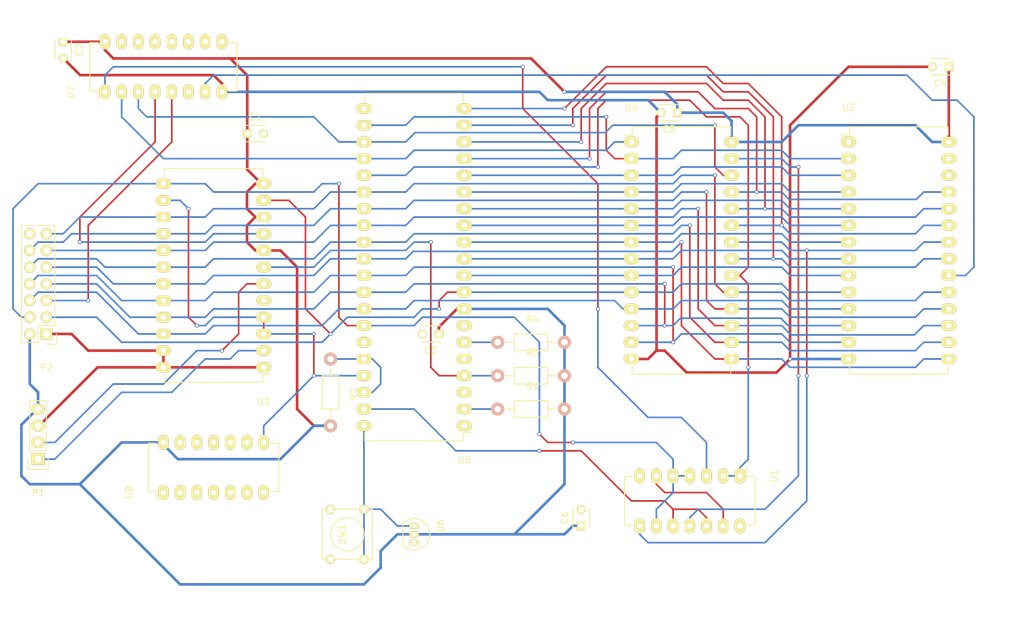
<source format=kicad_pcb>
(kicad_pcb (version 4) (host pcbnew "(2015-08-13 BZR 6091)-product")

  (general
    (links 138)
    (no_connects 7)
    (area 52.378333 39.37 208.280001 134.620001)
    (thickness 1.6)
    (drawings 0)
    (tracks 632)
    (zones 0)
    (modules 21)
    (nets 55)
  )

  (page A4)
  (layers
    (0 F.Cu signal)
    (31 B.Cu signal)
    (32 B.Adhes user)
    (33 F.Adhes user)
    (34 B.Paste user)
    (35 F.Paste user)
    (36 B.SilkS user)
    (37 F.SilkS user)
    (38 B.Mask user)
    (39 F.Mask user)
    (40 Dwgs.User user)
    (41 Cmts.User user)
    (42 Eco1.User user)
    (43 Eco2.User user)
    (44 Edge.Cuts user)
    (45 Margin user)
    (46 B.CrtYd user)
    (47 F.CrtYd user)
    (48 B.Fab user)
    (49 F.Fab user)
  )

  (setup
    (last_trace_width 0.25)
    (trace_clearance 0.2)
    (zone_clearance 0.508)
    (zone_45_only no)
    (trace_min 0.2)
    (segment_width 0.2)
    (edge_width 0.15)
    (via_size 0.6)
    (via_drill 0.4)
    (via_min_size 0.4)
    (via_min_drill 0.3)
    (uvia_size 0.3)
    (uvia_drill 0.1)
    (uvias_allowed no)
    (uvia_min_size 0.2)
    (uvia_min_drill 0.1)
    (pcb_text_width 0.3)
    (pcb_text_size 1.5 1.5)
    (mod_edge_width 0.15)
    (mod_text_size 1 1)
    (mod_text_width 0.15)
    (pad_size 1.524 1.524)
    (pad_drill 0.762)
    (pad_to_mask_clearance 0.2)
    (aux_axis_origin 0 0)
    (grid_origin 50.8 137.16)
    (visible_elements FFFFFF7F)
    (pcbplotparams
      (layerselection 0x00030_80000001)
      (usegerberextensions false)
      (excludeedgelayer true)
      (linewidth 0.100000)
      (plotframeref false)
      (viasonmask false)
      (mode 1)
      (useauxorigin false)
      (hpglpennumber 1)
      (hpglpenspeed 20)
      (hpglpendiameter 15)
      (hpglpenoverlay 2)
      (psnegative false)
      (psa4output false)
      (plotreference true)
      (plotvalue true)
      (plotinvisibletext false)
      (padsonsilk false)
      (subtractmaskfromsilk false)
      (outputformat 1)
      (mirror false)
      (drillshape 1)
      (scaleselection 1)
      (outputdirectory ""))
  )

  (net 0 "")
  (net 1 "Net-(P1-Pad1)")
  (net 2 "Net-(P1-Pad2)")
  (net 3 GND)
  (net 4 VCC)
  (net 5 A0)
  (net 6 R/W)
  (net 7 D0)
  (net 8 D1)
  (net 9 D2)
  (net 10 D3)
  (net 11 D4)
  (net 12 D5)
  (net 13 D6)
  (net 14 D7)
  (net 15 "Net-(P2-Pad14)")
  (net 16 "Net-(R1-Pad1)")
  (net 17 "Net-(R2-Pad1)")
  (net 18 /IRQ)
  (net 19 /NMI)
  (net 20 /RESET)
  (net 21 /RAM)
  (net 22 "Net-(U1-Pad3)")
  (net 23 "Net-(U1-Pad13)")
  (net 24 /READ)
  (net 25 PHI2)
  (net 26 /WRITE)
  (net 27 "Net-(U2-Pad1)")
  (net 28 /A12)
  (net 29 /A7)
  (net 30 /A6)
  (net 31 /A5)
  (net 32 /A4)
  (net 33 /A3)
  (net 34 /A2)
  (net 35 /A1)
  (net 36 /ROM)
  (net 37 /A10)
  (net 38 /A11)
  (net 39 /A9)
  (net 40 /A8)
  (net 41 "Net-(U2-Pad26)")
  (net 42 CLOCK)
  (net 43 "Net-(U3-Pad5)")
  (net 44 /ACIA)
  (net 45 A14)
  (net 46 A13)
  (net 47 "Net-(U5-Pad1)")
  (net 48 "Net-(U5-Pad3)")
  (net 49 "Net-(U5-Pad5)")
  (net 50 "Net-(U5-Pad7)")
  (net 51 "Net-(U5-Pad35)")
  (net 52 /IO_1)
  (net 53 "Net-(U8-Pad1)")
  (net 54 /DISPLAY)

  (net_class Default "This is the default net class."
    (clearance 0.2)
    (trace_width 0.25)
    (via_dia 0.6)
    (via_drill 0.4)
    (uvia_dia 0.3)
    (uvia_drill 0.1)
    (add_net /A1)
    (add_net /A10)
    (add_net /A11)
    (add_net /A12)
    (add_net /A2)
    (add_net /A3)
    (add_net /A4)
    (add_net /A5)
    (add_net /A6)
    (add_net /A7)
    (add_net /A8)
    (add_net /A9)
    (add_net /ACIA)
    (add_net /DISPLAY)
    (add_net /IO_1)
    (add_net /IRQ)
    (add_net /NMI)
    (add_net /RAM)
    (add_net /READ)
    (add_net /RESET)
    (add_net /ROM)
    (add_net /WRITE)
    (add_net A0)
    (add_net A13)
    (add_net A14)
    (add_net CLOCK)
    (add_net D0)
    (add_net D1)
    (add_net D2)
    (add_net D3)
    (add_net D4)
    (add_net D5)
    (add_net D6)
    (add_net D7)
    (add_net "Net-(P1-Pad1)")
    (add_net "Net-(P1-Pad2)")
    (add_net "Net-(P2-Pad14)")
    (add_net "Net-(R1-Pad1)")
    (add_net "Net-(R2-Pad1)")
    (add_net "Net-(U1-Pad13)")
    (add_net "Net-(U1-Pad3)")
    (add_net "Net-(U2-Pad1)")
    (add_net "Net-(U2-Pad26)")
    (add_net "Net-(U3-Pad5)")
    (add_net "Net-(U5-Pad1)")
    (add_net "Net-(U5-Pad3)")
    (add_net "Net-(U5-Pad35)")
    (add_net "Net-(U5-Pad5)")
    (add_net "Net-(U5-Pad7)")
    (add_net "Net-(U8-Pad1)")
    (add_net PHI2)
    (add_net R/W)
  )

  (net_class POWER ""
    (clearance 0.3)
    (trace_width 0.4)
    (via_dia 0.6)
    (via_drill 0.4)
    (uvia_dia 0.3)
    (uvia_drill 0.1)
    (add_net GND)
    (add_net VCC)
  )

  (module Capacitors_ThroughHole:C_Disc_D3_P2.5 (layer F.Cu) (tedit 0) (tstamp 55DCC055)
    (at 90.21 59.69)
    (descr "Capacitor 3mm Disc, Pitch 2.5mm")
    (tags Capacitor)
    (path /55DB772F)
    (fp_text reference C1 (at 1.25 -2.5) (layer F.SilkS)
      (effects (font (size 1 1) (thickness 0.15)))
    )
    (fp_text value 100nF (at 1.25 2.5) (layer F.Fab)
      (effects (font (size 1 1) (thickness 0.15)))
    )
    (fp_line (start -0.9 -1.5) (end 3.4 -1.5) (layer F.CrtYd) (width 0.05))
    (fp_line (start 3.4 -1.5) (end 3.4 1.5) (layer F.CrtYd) (width 0.05))
    (fp_line (start 3.4 1.5) (end -0.9 1.5) (layer F.CrtYd) (width 0.05))
    (fp_line (start -0.9 1.5) (end -0.9 -1.5) (layer F.CrtYd) (width 0.05))
    (fp_line (start -0.25 -1.25) (end 2.75 -1.25) (layer F.SilkS) (width 0.15))
    (fp_line (start 2.75 1.25) (end -0.25 1.25) (layer F.SilkS) (width 0.15))
    (pad 1 thru_hole rect (at 0 0) (size 1.3 1.3) (drill 0.8) (layers *.Cu *.Mask F.SilkS)
      (net 4 VCC))
    (pad 2 thru_hole circle (at 2.5 0) (size 1.3 1.3) (drill 0.8001) (layers *.Cu *.Mask F.SilkS)
      (net 3 GND))
    (model Capacitors_ThroughHole.3dshapes/C_Disc_D3_P2.5.wrl
      (at (xyz 0.0492126 0 0))
      (scale (xyz 1 1 1))
      (rotate (xyz 0 0 0))
    )
  )

  (module Capacitors_ThroughHole:C_Disc_D3_P2.5 (layer F.Cu) (tedit 0) (tstamp 55DCC06D)
    (at 119.34 90.17 180)
    (descr "Capacitor 3mm Disc, Pitch 2.5mm")
    (tags Capacitor)
    (path /55DB7505)
    (fp_text reference C3 (at 1.25 -2.5 180) (layer F.SilkS)
      (effects (font (size 1 1) (thickness 0.15)))
    )
    (fp_text value 100nF (at 1.25 2.5 180) (layer F.Fab)
      (effects (font (size 1 1) (thickness 0.15)))
    )
    (fp_line (start -0.9 -1.5) (end 3.4 -1.5) (layer F.CrtYd) (width 0.05))
    (fp_line (start 3.4 -1.5) (end 3.4 1.5) (layer F.CrtYd) (width 0.05))
    (fp_line (start 3.4 1.5) (end -0.9 1.5) (layer F.CrtYd) (width 0.05))
    (fp_line (start -0.9 1.5) (end -0.9 -1.5) (layer F.CrtYd) (width 0.05))
    (fp_line (start -0.25 -1.25) (end 2.75 -1.25) (layer F.SilkS) (width 0.15))
    (fp_line (start 2.75 1.25) (end -0.25 1.25) (layer F.SilkS) (width 0.15))
    (pad 1 thru_hole rect (at 0 0 180) (size 1.3 1.3) (drill 0.8) (layers *.Cu *.Mask F.SilkS)
      (net 4 VCC))
    (pad 2 thru_hole circle (at 2.5 0 180) (size 1.3 1.3) (drill 0.8001) (layers *.Cu *.Mask F.SilkS)
      (net 3 GND))
    (model Capacitors_ThroughHole.3dshapes/C_Disc_D3_P2.5.wrl
      (at (xyz 0.0492126 0 0))
      (scale (xyz 1 1 1))
      (rotate (xyz 0 0 0))
    )
  )

  (module Pin_Headers:Pin_Header_Straight_1x04 (layer F.Cu) (tedit 0) (tstamp 55DCC0A4)
    (at 58.42 109.22 180)
    (descr "Through hole pin header")
    (tags "pin header")
    (path /55DA30A9)
    (fp_text reference P1 (at 0 -5.1 180) (layer F.SilkS)
      (effects (font (size 1 1) (thickness 0.15)))
    )
    (fp_text value "Serial / Power" (at 0 -3.1 180) (layer F.Fab)
      (effects (font (size 1 1) (thickness 0.15)))
    )
    (fp_line (start -1.75 -1.75) (end -1.75 9.4) (layer F.CrtYd) (width 0.05))
    (fp_line (start 1.75 -1.75) (end 1.75 9.4) (layer F.CrtYd) (width 0.05))
    (fp_line (start -1.75 -1.75) (end 1.75 -1.75) (layer F.CrtYd) (width 0.05))
    (fp_line (start -1.75 9.4) (end 1.75 9.4) (layer F.CrtYd) (width 0.05))
    (fp_line (start -1.27 1.27) (end -1.27 8.89) (layer F.SilkS) (width 0.15))
    (fp_line (start 1.27 1.27) (end 1.27 8.89) (layer F.SilkS) (width 0.15))
    (fp_line (start 1.55 -1.55) (end 1.55 0) (layer F.SilkS) (width 0.15))
    (fp_line (start -1.27 8.89) (end 1.27 8.89) (layer F.SilkS) (width 0.15))
    (fp_line (start 1.27 1.27) (end -1.27 1.27) (layer F.SilkS) (width 0.15))
    (fp_line (start -1.55 0) (end -1.55 -1.55) (layer F.SilkS) (width 0.15))
    (fp_line (start -1.55 -1.55) (end 1.55 -1.55) (layer F.SilkS) (width 0.15))
    (pad 1 thru_hole rect (at 0 0 180) (size 2.032 1.7272) (drill 1.016) (layers *.Cu *.Mask F.SilkS)
      (net 1 "Net-(P1-Pad1)"))
    (pad 2 thru_hole oval (at 0 2.54 180) (size 2.032 1.7272) (drill 1.016) (layers *.Cu *.Mask F.SilkS)
      (net 2 "Net-(P1-Pad2)"))
    (pad 3 thru_hole oval (at 0 5.08 180) (size 2.032 1.7272) (drill 1.016) (layers *.Cu *.Mask F.SilkS)
      (net 3 GND))
    (pad 4 thru_hole oval (at 0 7.62 180) (size 2.032 1.7272) (drill 1.016) (layers *.Cu *.Mask F.SilkS)
      (net 4 VCC))
    (model Pin_Headers.3dshapes/Pin_Header_Straight_1x04.wrl
      (at (xyz 0 -0.15 0))
      (scale (xyz 1 1 1))
      (rotate (xyz 0 0 90))
    )
  )

  (module Pin_Headers:Pin_Header_Straight_2x07 (layer F.Cu) (tedit 0) (tstamp 55DCC0C2)
    (at 59.69 90.17 180)
    (descr "Through hole pin header")
    (tags "pin header")
    (path /55DB5C71)
    (fp_text reference P2 (at 0 -5.1 180) (layer F.SilkS)
      (effects (font (size 1 1) (thickness 0.15)))
    )
    (fp_text value "DISPLAY 128x64" (at 0 -3.1 180) (layer F.Fab)
      (effects (font (size 1 1) (thickness 0.15)))
    )
    (fp_line (start -1.75 -1.75) (end -1.75 17) (layer F.CrtYd) (width 0.05))
    (fp_line (start 4.3 -1.75) (end 4.3 17) (layer F.CrtYd) (width 0.05))
    (fp_line (start -1.75 -1.75) (end 4.3 -1.75) (layer F.CrtYd) (width 0.05))
    (fp_line (start -1.75 17) (end 4.3 17) (layer F.CrtYd) (width 0.05))
    (fp_line (start 3.81 16.51) (end 3.81 -1.27) (layer F.SilkS) (width 0.15))
    (fp_line (start -1.27 1.27) (end -1.27 16.51) (layer F.SilkS) (width 0.15))
    (fp_line (start 3.81 16.51) (end -1.27 16.51) (layer F.SilkS) (width 0.15))
    (fp_line (start 3.81 -1.27) (end 1.27 -1.27) (layer F.SilkS) (width 0.15))
    (fp_line (start 0 -1.55) (end -1.55 -1.55) (layer F.SilkS) (width 0.15))
    (fp_line (start 1.27 -1.27) (end 1.27 1.27) (layer F.SilkS) (width 0.15))
    (fp_line (start 1.27 1.27) (end -1.27 1.27) (layer F.SilkS) (width 0.15))
    (fp_line (start -1.55 -1.55) (end -1.55 0) (layer F.SilkS) (width 0.15))
    (pad 1 thru_hole rect (at 0 0 180) (size 1.7272 1.7272) (drill 1.016) (layers *.Cu *.Mask F.SilkS)
      (net 3 GND))
    (pad 2 thru_hole oval (at 2.54 0 180) (size 1.7272 1.7272) (drill 1.016) (layers *.Cu *.Mask F.SilkS)
      (net 4 VCC))
    (pad 3 thru_hole oval (at 0 2.54 180) (size 1.7272 1.7272) (drill 1.016) (layers *.Cu *.Mask F.SilkS)
      (net 5 A0))
    (pad 4 thru_hole oval (at 2.54 2.54 180) (size 1.7272 1.7272) (drill 1.016) (layers *.Cu *.Mask F.SilkS)
      (net 6 R/W))
    (pad 5 thru_hole oval (at 0 5.08 180) (size 1.7272 1.7272) (drill 1.016) (layers *.Cu *.Mask F.SilkS)
      (net 54 /DISPLAY))
    (pad 6 thru_hole oval (at 2.54 5.08 180) (size 1.7272 1.7272) (drill 1.016) (layers *.Cu *.Mask F.SilkS)
      (net 7 D0))
    (pad 7 thru_hole oval (at 0 7.62 180) (size 1.7272 1.7272) (drill 1.016) (layers *.Cu *.Mask F.SilkS)
      (net 8 D1))
    (pad 8 thru_hole oval (at 2.54 7.62 180) (size 1.7272 1.7272) (drill 1.016) (layers *.Cu *.Mask F.SilkS)
      (net 9 D2))
    (pad 9 thru_hole oval (at 0 10.16 180) (size 1.7272 1.7272) (drill 1.016) (layers *.Cu *.Mask F.SilkS)
      (net 10 D3))
    (pad 10 thru_hole oval (at 2.54 10.16 180) (size 1.7272 1.7272) (drill 1.016) (layers *.Cu *.Mask F.SilkS)
      (net 11 D4))
    (pad 11 thru_hole oval (at 0 12.7 180) (size 1.7272 1.7272) (drill 1.016) (layers *.Cu *.Mask F.SilkS)
      (net 12 D5))
    (pad 12 thru_hole oval (at 2.54 12.7 180) (size 1.7272 1.7272) (drill 1.016) (layers *.Cu *.Mask F.SilkS)
      (net 13 D6))
    (pad 13 thru_hole oval (at 0 15.24 180) (size 1.7272 1.7272) (drill 1.016) (layers *.Cu *.Mask F.SilkS)
      (net 14 D7))
    (pad 14 thru_hole oval (at 2.54 15.24 180) (size 1.7272 1.7272) (drill 1.016) (layers *.Cu *.Mask F.SilkS)
      (net 15 "Net-(P2-Pad14)"))
    (model Pin_Headers.3dshapes/Pin_Header_Straight_2x07.wrl
      (at (xyz 0.05 -0.3 0))
      (scale (xyz 1 1 1))
      (rotate (xyz 0 0 90))
    )
  )

  (module Housings_DIP:DIP-14_W7.62mm_LongPads (layer F.Cu) (tedit 54130A77) (tstamp 55DCC11C)
    (at 165.1 111.76 270)
    (descr "14-lead dip package, row spacing 7.62 mm (300 mils), longer pads")
    (tags "dil dip 2.54 300")
    (path /55DAD901)
    (fp_text reference U1 (at 0 -5.22 270) (layer F.SilkS)
      (effects (font (size 1 1) (thickness 0.15)))
    )
    (fp_text value 7400 (at 0 -3.72 270) (layer F.Fab)
      (effects (font (size 1 1) (thickness 0.15)))
    )
    (fp_line (start -1.4 -2.45) (end -1.4 17.7) (layer F.CrtYd) (width 0.05))
    (fp_line (start 9 -2.45) (end 9 17.7) (layer F.CrtYd) (width 0.05))
    (fp_line (start -1.4 -2.45) (end 9 -2.45) (layer F.CrtYd) (width 0.05))
    (fp_line (start -1.4 17.7) (end 9 17.7) (layer F.CrtYd) (width 0.05))
    (fp_line (start 0.135 -2.295) (end 0.135 -1.025) (layer F.SilkS) (width 0.15))
    (fp_line (start 7.485 -2.295) (end 7.485 -1.025) (layer F.SilkS) (width 0.15))
    (fp_line (start 7.485 17.535) (end 7.485 16.265) (layer F.SilkS) (width 0.15))
    (fp_line (start 0.135 17.535) (end 0.135 16.265) (layer F.SilkS) (width 0.15))
    (fp_line (start 0.135 -2.295) (end 7.485 -2.295) (layer F.SilkS) (width 0.15))
    (fp_line (start 0.135 17.535) (end 7.485 17.535) (layer F.SilkS) (width 0.15))
    (fp_line (start 0.135 -1.025) (end -1.15 -1.025) (layer F.SilkS) (width 0.15))
    (pad 1 thru_hole oval (at 0 0 270) (size 2.3 1.6) (drill 0.8) (layers *.Cu *.Mask F.SilkS)
      (net 21 /RAM))
    (pad 2 thru_hole oval (at 0 2.54 270) (size 2.3 1.6) (drill 0.8) (layers *.Cu *.Mask F.SilkS)
      (net 21 /RAM))
    (pad 3 thru_hole oval (at 0 5.08 270) (size 2.3 1.6) (drill 0.8) (layers *.Cu *.Mask F.SilkS)
      (net 22 "Net-(U1-Pad3)"))
    (pad 4 thru_hole oval (at 0 7.62 270) (size 2.3 1.6) (drill 0.8) (layers *.Cu *.Mask F.SilkS)
      (net 6 R/W))
    (pad 5 thru_hole oval (at 0 10.16 270) (size 2.3 1.6) (drill 0.8) (layers *.Cu *.Mask F.SilkS)
      (net 6 R/W))
    (pad 6 thru_hole oval (at 0 12.7 270) (size 2.3 1.6) (drill 0.8) (layers *.Cu *.Mask F.SilkS)
      (net 23 "Net-(U1-Pad13)"))
    (pad 7 thru_hole oval (at 0 15.24 270) (size 2.3 1.6) (drill 0.8) (layers *.Cu *.Mask F.SilkS)
      (net 3 GND))
    (pad 8 thru_hole oval (at 7.62 15.24 270) (size 2.3 1.6) (drill 0.8) (layers *.Cu *.Mask F.SilkS)
      (net 24 /READ))
    (pad 9 thru_hole oval (at 7.62 12.7 270) (size 2.3 1.6) (drill 0.8) (layers *.Cu *.Mask F.SilkS)
      (net 6 R/W))
    (pad 10 thru_hole oval (at 7.62 10.16 270) (size 2.3 1.6) (drill 0.8) (layers *.Cu *.Mask F.SilkS)
      (net 25 PHI2))
    (pad 11 thru_hole oval (at 7.62 7.62 270) (size 2.3 1.6) (drill 0.8) (layers *.Cu *.Mask F.SilkS)
      (net 26 /WRITE))
    (pad 12 thru_hole oval (at 7.62 5.08 270) (size 2.3 1.6) (drill 0.8) (layers *.Cu *.Mask F.SilkS)
      (net 25 PHI2))
    (pad 13 thru_hole oval (at 7.62 2.54 270) (size 2.3 1.6) (drill 0.8) (layers *.Cu *.Mask F.SilkS)
      (net 23 "Net-(U1-Pad13)"))
    (pad 14 thru_hole oval (at 7.62 0 270) (size 2.3 1.6) (drill 0.8) (layers *.Cu *.Mask F.SilkS)
      (net 4 VCC))
    (model Housings_DIP.3dshapes/DIP-14_W7.62mm_LongPads.wrl
      (at (xyz 0 0 0))
      (scale (xyz 1 1 1))
      (rotate (xyz 0 0 0))
    )
  )

  (module Housings_DIP:DIP-28_W15.24mm_LongPads (layer F.Cu) (tedit 54130A77) (tstamp 55DCC147)
    (at 181.61 60.96)
    (descr "28-lead dip package, row spacing 15.24 mm (600 mils), longer pads")
    (tags "dil dip 2.54 600")
    (path /55D9DFD0)
    (fp_text reference U2 (at 0 -5.22) (layer F.SilkS)
      (effects (font (size 1 1) (thickness 0.15)))
    )
    (fp_text value 28C256 (at 0 -3.72) (layer F.Fab)
      (effects (font (size 1 1) (thickness 0.15)))
    )
    (fp_line (start -1.4 -2.45) (end -1.4 35.5) (layer F.CrtYd) (width 0.05))
    (fp_line (start 16.65 -2.45) (end 16.65 35.5) (layer F.CrtYd) (width 0.05))
    (fp_line (start -1.4 -2.45) (end 16.65 -2.45) (layer F.CrtYd) (width 0.05))
    (fp_line (start -1.4 35.5) (end 16.65 35.5) (layer F.CrtYd) (width 0.05))
    (fp_line (start 0.135 -2.295) (end 0.135 -1.025) (layer F.SilkS) (width 0.15))
    (fp_line (start 15.105 -2.295) (end 15.105 -1.025) (layer F.SilkS) (width 0.15))
    (fp_line (start 15.105 35.315) (end 15.105 34.045) (layer F.SilkS) (width 0.15))
    (fp_line (start 0.135 35.315) (end 0.135 34.045) (layer F.SilkS) (width 0.15))
    (fp_line (start 0.135 -2.295) (end 15.105 -2.295) (layer F.SilkS) (width 0.15))
    (fp_line (start 0.135 35.315) (end 15.105 35.315) (layer F.SilkS) (width 0.15))
    (fp_line (start 0.135 -1.025) (end -1.15 -1.025) (layer F.SilkS) (width 0.15))
    (pad 1 thru_hole oval (at 0 0) (size 2.3 1.6) (drill 0.8) (layers *.Cu *.Mask F.SilkS)
      (net 27 "Net-(U2-Pad1)"))
    (pad 2 thru_hole oval (at 0 2.54) (size 2.3 1.6) (drill 0.8) (layers *.Cu *.Mask F.SilkS)
      (net 28 /A12))
    (pad 3 thru_hole oval (at 0 5.08) (size 2.3 1.6) (drill 0.8) (layers *.Cu *.Mask F.SilkS)
      (net 29 /A7))
    (pad 4 thru_hole oval (at 0 7.62) (size 2.3 1.6) (drill 0.8) (layers *.Cu *.Mask F.SilkS)
      (net 30 /A6))
    (pad 5 thru_hole oval (at 0 10.16) (size 2.3 1.6) (drill 0.8) (layers *.Cu *.Mask F.SilkS)
      (net 31 /A5))
    (pad 6 thru_hole oval (at 0 12.7) (size 2.3 1.6) (drill 0.8) (layers *.Cu *.Mask F.SilkS)
      (net 32 /A4))
    (pad 7 thru_hole oval (at 0 15.24) (size 2.3 1.6) (drill 0.8) (layers *.Cu *.Mask F.SilkS)
      (net 33 /A3))
    (pad 8 thru_hole oval (at 0 17.78) (size 2.3 1.6) (drill 0.8) (layers *.Cu *.Mask F.SilkS)
      (net 34 /A2))
    (pad 9 thru_hole oval (at 0 20.32) (size 2.3 1.6) (drill 0.8) (layers *.Cu *.Mask F.SilkS)
      (net 35 /A1))
    (pad 10 thru_hole oval (at 0 22.86) (size 2.3 1.6) (drill 0.8) (layers *.Cu *.Mask F.SilkS)
      (net 5 A0))
    (pad 11 thru_hole oval (at 0 25.4) (size 2.3 1.6) (drill 0.8) (layers *.Cu *.Mask F.SilkS)
      (net 7 D0))
    (pad 12 thru_hole oval (at 0 27.94) (size 2.3 1.6) (drill 0.8) (layers *.Cu *.Mask F.SilkS)
      (net 8 D1))
    (pad 13 thru_hole oval (at 0 30.48) (size 2.3 1.6) (drill 0.8) (layers *.Cu *.Mask F.SilkS)
      (net 9 D2))
    (pad 14 thru_hole oval (at 0 33.02) (size 2.3 1.6) (drill 0.8) (layers *.Cu *.Mask F.SilkS)
      (net 3 GND))
    (pad 15 thru_hole oval (at 15.24 33.02) (size 2.3 1.6) (drill 0.8) (layers *.Cu *.Mask F.SilkS)
      (net 10 D3))
    (pad 16 thru_hole oval (at 15.24 30.48) (size 2.3 1.6) (drill 0.8) (layers *.Cu *.Mask F.SilkS)
      (net 11 D4))
    (pad 17 thru_hole oval (at 15.24 27.94) (size 2.3 1.6) (drill 0.8) (layers *.Cu *.Mask F.SilkS)
      (net 12 D5))
    (pad 18 thru_hole oval (at 15.24 25.4) (size 2.3 1.6) (drill 0.8) (layers *.Cu *.Mask F.SilkS)
      (net 13 D6))
    (pad 19 thru_hole oval (at 15.24 22.86) (size 2.3 1.6) (drill 0.8) (layers *.Cu *.Mask F.SilkS)
      (net 14 D7))
    (pad 20 thru_hole oval (at 15.24 20.32) (size 2.3 1.6) (drill 0.8) (layers *.Cu *.Mask F.SilkS)
      (net 36 /ROM))
    (pad 21 thru_hole oval (at 15.24 17.78) (size 2.3 1.6) (drill 0.8) (layers *.Cu *.Mask F.SilkS)
      (net 37 /A10))
    (pad 22 thru_hole oval (at 15.24 15.24) (size 2.3 1.6) (drill 0.8) (layers *.Cu *.Mask F.SilkS)
      (net 24 /READ))
    (pad 23 thru_hole oval (at 15.24 12.7) (size 2.3 1.6) (drill 0.8) (layers *.Cu *.Mask F.SilkS)
      (net 38 /A11))
    (pad 24 thru_hole oval (at 15.24 10.16) (size 2.3 1.6) (drill 0.8) (layers *.Cu *.Mask F.SilkS)
      (net 39 /A9))
    (pad 25 thru_hole oval (at 15.24 7.62) (size 2.3 1.6) (drill 0.8) (layers *.Cu *.Mask F.SilkS)
      (net 40 /A8))
    (pad 26 thru_hole oval (at 15.24 5.08) (size 2.3 1.6) (drill 0.8) (layers *.Cu *.Mask F.SilkS)
      (net 41 "Net-(U2-Pad26)"))
    (pad 27 thru_hole oval (at 15.24 2.54) (size 2.3 1.6) (drill 0.8) (layers *.Cu *.Mask F.SilkS)
      (net 4 VCC))
    (pad 28 thru_hole oval (at 15.24 0) (size 2.3 1.6) (drill 0.8) (layers *.Cu *.Mask F.SilkS)
      (net 4 VCC))
    (model Housings_DIP.3dshapes/DIP-28_W15.24mm_LongPads.wrl
      (at (xyz 0 0 0))
      (scale (xyz 1 1 1))
      (rotate (xyz 0 0 0))
    )
  )

  (module Housings_DIP:DIP-24_W15.24mm_LongPads (layer F.Cu) (tedit 54130A77) (tstamp 55DCC16E)
    (at 92.71 95.25 180)
    (descr "24-lead dip package, row spacing 15.24 mm (600 mils), longer pads")
    (tags "dil dip 2.54 600")
    (path /55D9E0A8)
    (fp_text reference U3 (at 0 -5.22 180) (layer F.SilkS)
      (effects (font (size 1 1) (thickness 0.15)))
    )
    (fp_text value MC6850_ (at 0 -3.72 180) (layer F.Fab)
      (effects (font (size 1 1) (thickness 0.15)))
    )
    (fp_line (start -1.4 -2.45) (end -1.4 30.4) (layer F.CrtYd) (width 0.05))
    (fp_line (start 16.65 -2.45) (end 16.65 30.4) (layer F.CrtYd) (width 0.05))
    (fp_line (start -1.4 -2.45) (end 16.65 -2.45) (layer F.CrtYd) (width 0.05))
    (fp_line (start -1.4 30.4) (end 16.65 30.4) (layer F.CrtYd) (width 0.05))
    (fp_line (start 0.135 -2.295) (end 0.135 -1.025) (layer F.SilkS) (width 0.15))
    (fp_line (start 15.105 -2.295) (end 15.105 -1.025) (layer F.SilkS) (width 0.15))
    (fp_line (start 15.105 30.235) (end 15.105 28.965) (layer F.SilkS) (width 0.15))
    (fp_line (start 0.135 30.235) (end 0.135 28.965) (layer F.SilkS) (width 0.15))
    (fp_line (start 0.135 -2.295) (end 15.105 -2.295) (layer F.SilkS) (width 0.15))
    (fp_line (start 0.135 30.235) (end 15.105 30.235) (layer F.SilkS) (width 0.15))
    (fp_line (start 0.135 -1.025) (end -1.15 -1.025) (layer F.SilkS) (width 0.15))
    (pad 1 thru_hole oval (at 0 0 180) (size 2.3 1.6) (drill 0.8) (layers *.Cu *.Mask F.SilkS)
      (net 3 GND))
    (pad 2 thru_hole oval (at 0 2.54 180) (size 2.3 1.6) (drill 0.8) (layers *.Cu *.Mask F.SilkS)
      (net 1 "Net-(P1-Pad1)"))
    (pad 3 thru_hole oval (at 0 5.08 180) (size 2.3 1.6) (drill 0.8) (layers *.Cu *.Mask F.SilkS)
      (net 42 CLOCK))
    (pad 4 thru_hole oval (at 0 7.62 180) (size 2.3 1.6) (drill 0.8) (layers *.Cu *.Mask F.SilkS)
      (net 42 CLOCK))
    (pad 5 thru_hole oval (at 0 10.16 180) (size 2.3 1.6) (drill 0.8) (layers *.Cu *.Mask F.SilkS)
      (net 43 "Net-(U3-Pad5)"))
    (pad 6 thru_hole oval (at 0 12.7 180) (size 2.3 1.6) (drill 0.8) (layers *.Cu *.Mask F.SilkS)
      (net 2 "Net-(P1-Pad2)"))
    (pad 7 thru_hole oval (at 0 15.24 180) (size 2.3 1.6) (drill 0.8) (layers *.Cu *.Mask F.SilkS)
      (net 18 /IRQ))
    (pad 8 thru_hole oval (at 0 17.78 180) (size 2.3 1.6) (drill 0.8) (layers *.Cu *.Mask F.SilkS)
      (net 4 VCC))
    (pad 9 thru_hole oval (at 0 20.32 180) (size 2.3 1.6) (drill 0.8) (layers *.Cu *.Mask F.SilkS)
      (net 44 /ACIA))
    (pad 10 thru_hole oval (at 0 22.86 180) (size 2.3 1.6) (drill 0.8) (layers *.Cu *.Mask F.SilkS)
      (net 4 VCC))
    (pad 11 thru_hole oval (at 0 25.4 180) (size 2.3 1.6) (drill 0.8) (layers *.Cu *.Mask F.SilkS)
      (net 5 A0))
    (pad 12 thru_hole oval (at 0 27.94 180) (size 2.3 1.6) (drill 0.8) (layers *.Cu *.Mask F.SilkS)
      (net 4 VCC))
    (pad 13 thru_hole oval (at 15.24 27.94 180) (size 2.3 1.6) (drill 0.8) (layers *.Cu *.Mask F.SilkS)
      (net 6 R/W))
    (pad 14 thru_hole oval (at 15.24 25.4 180) (size 2.3 1.6) (drill 0.8) (layers *.Cu *.Mask F.SilkS)
      (net 42 CLOCK))
    (pad 15 thru_hole oval (at 15.24 22.86 180) (size 2.3 1.6) (drill 0.8) (layers *.Cu *.Mask F.SilkS)
      (net 14 D7))
    (pad 16 thru_hole oval (at 15.24 20.32 180) (size 2.3 1.6) (drill 0.8) (layers *.Cu *.Mask F.SilkS)
      (net 13 D6))
    (pad 17 thru_hole oval (at 15.24 17.78 180) (size 2.3 1.6) (drill 0.8) (layers *.Cu *.Mask F.SilkS)
      (net 12 D5))
    (pad 18 thru_hole oval (at 15.24 15.24 180) (size 2.3 1.6) (drill 0.8) (layers *.Cu *.Mask F.SilkS)
      (net 11 D4))
    (pad 19 thru_hole oval (at 15.24 12.7 180) (size 2.3 1.6) (drill 0.8) (layers *.Cu *.Mask F.SilkS)
      (net 10 D3))
    (pad 20 thru_hole oval (at 15.24 10.16 180) (size 2.3 1.6) (drill 0.8) (layers *.Cu *.Mask F.SilkS)
      (net 9 D2))
    (pad 21 thru_hole oval (at 15.24 7.62 180) (size 2.3 1.6) (drill 0.8) (layers *.Cu *.Mask F.SilkS)
      (net 8 D1))
    (pad 22 thru_hole oval (at 15.24 5.08 180) (size 2.3 1.6) (drill 0.8) (layers *.Cu *.Mask F.SilkS)
      (net 7 D0))
    (pad 23 thru_hole oval (at 15.24 2.54 180) (size 2.3 1.6) (drill 0.8) (layers *.Cu *.Mask F.SilkS)
      (net 3 GND))
    (pad 24 thru_hole oval (at 15.24 0 180) (size 2.3 1.6) (drill 0.8) (layers *.Cu *.Mask F.SilkS)
      (net 3 GND))
    (model Housings_DIP.3dshapes/DIP-24_W15.24mm_LongPads.wrl
      (at (xyz 0 0 0))
      (scale (xyz 1 1 1))
      (rotate (xyz 0 0 0))
    )
  )

  (module Housings_DIP:DIP-28_W15.24mm_LongPads (layer F.Cu) (tedit 54130A77) (tstamp 55DCC199)
    (at 148.59 60.96)
    (descr "28-lead dip package, row spacing 15.24 mm (600 mils), longer pads")
    (tags "dil dip 2.54 600")
    (path /55D9E062)
    (fp_text reference U4 (at 0 -5.22) (layer F.SilkS)
      (effects (font (size 1 1) (thickness 0.15)))
    )
    (fp_text value HM62256BLP-7 (at 0 -3.72) (layer F.Fab)
      (effects (font (size 1 1) (thickness 0.15)))
    )
    (fp_line (start -1.4 -2.45) (end -1.4 35.5) (layer F.CrtYd) (width 0.05))
    (fp_line (start 16.65 -2.45) (end 16.65 35.5) (layer F.CrtYd) (width 0.05))
    (fp_line (start -1.4 -2.45) (end 16.65 -2.45) (layer F.CrtYd) (width 0.05))
    (fp_line (start -1.4 35.5) (end 16.65 35.5) (layer F.CrtYd) (width 0.05))
    (fp_line (start 0.135 -2.295) (end 0.135 -1.025) (layer F.SilkS) (width 0.15))
    (fp_line (start 15.105 -2.295) (end 15.105 -1.025) (layer F.SilkS) (width 0.15))
    (fp_line (start 15.105 35.315) (end 15.105 34.045) (layer F.SilkS) (width 0.15))
    (fp_line (start 0.135 35.315) (end 0.135 34.045) (layer F.SilkS) (width 0.15))
    (fp_line (start 0.135 -2.295) (end 15.105 -2.295) (layer F.SilkS) (width 0.15))
    (fp_line (start 0.135 35.315) (end 15.105 35.315) (layer F.SilkS) (width 0.15))
    (fp_line (start 0.135 -1.025) (end -1.15 -1.025) (layer F.SilkS) (width 0.15))
    (pad 1 thru_hole oval (at 0 0) (size 2.3 1.6) (drill 0.8) (layers *.Cu *.Mask F.SilkS)
      (net 45 A14))
    (pad 2 thru_hole oval (at 0 2.54) (size 2.3 1.6) (drill 0.8) (layers *.Cu *.Mask F.SilkS)
      (net 28 /A12))
    (pad 3 thru_hole oval (at 0 5.08) (size 2.3 1.6) (drill 0.8) (layers *.Cu *.Mask F.SilkS)
      (net 29 /A7))
    (pad 4 thru_hole oval (at 0 7.62) (size 2.3 1.6) (drill 0.8) (layers *.Cu *.Mask F.SilkS)
      (net 30 /A6))
    (pad 5 thru_hole oval (at 0 10.16) (size 2.3 1.6) (drill 0.8) (layers *.Cu *.Mask F.SilkS)
      (net 31 /A5))
    (pad 6 thru_hole oval (at 0 12.7) (size 2.3 1.6) (drill 0.8) (layers *.Cu *.Mask F.SilkS)
      (net 32 /A4))
    (pad 7 thru_hole oval (at 0 15.24) (size 2.3 1.6) (drill 0.8) (layers *.Cu *.Mask F.SilkS)
      (net 33 /A3))
    (pad 8 thru_hole oval (at 0 17.78) (size 2.3 1.6) (drill 0.8) (layers *.Cu *.Mask F.SilkS)
      (net 34 /A2))
    (pad 9 thru_hole oval (at 0 20.32) (size 2.3 1.6) (drill 0.8) (layers *.Cu *.Mask F.SilkS)
      (net 35 /A1))
    (pad 10 thru_hole oval (at 0 22.86) (size 2.3 1.6) (drill 0.8) (layers *.Cu *.Mask F.SilkS)
      (net 5 A0))
    (pad 11 thru_hole oval (at 0 25.4) (size 2.3 1.6) (drill 0.8) (layers *.Cu *.Mask F.SilkS)
      (net 7 D0))
    (pad 12 thru_hole oval (at 0 27.94) (size 2.3 1.6) (drill 0.8) (layers *.Cu *.Mask F.SilkS)
      (net 8 D1))
    (pad 13 thru_hole oval (at 0 30.48) (size 2.3 1.6) (drill 0.8) (layers *.Cu *.Mask F.SilkS)
      (net 9 D2))
    (pad 14 thru_hole oval (at 0 33.02) (size 2.3 1.6) (drill 0.8) (layers *.Cu *.Mask F.SilkS)
      (net 3 GND))
    (pad 15 thru_hole oval (at 15.24 33.02) (size 2.3 1.6) (drill 0.8) (layers *.Cu *.Mask F.SilkS)
      (net 10 D3))
    (pad 16 thru_hole oval (at 15.24 30.48) (size 2.3 1.6) (drill 0.8) (layers *.Cu *.Mask F.SilkS)
      (net 11 D4))
    (pad 17 thru_hole oval (at 15.24 27.94) (size 2.3 1.6) (drill 0.8) (layers *.Cu *.Mask F.SilkS)
      (net 12 D5))
    (pad 18 thru_hole oval (at 15.24 25.4) (size 2.3 1.6) (drill 0.8) (layers *.Cu *.Mask F.SilkS)
      (net 13 D6))
    (pad 19 thru_hole oval (at 15.24 22.86) (size 2.3 1.6) (drill 0.8) (layers *.Cu *.Mask F.SilkS)
      (net 14 D7))
    (pad 20 thru_hole oval (at 15.24 20.32) (size 2.3 1.6) (drill 0.8) (layers *.Cu *.Mask F.SilkS)
      (net 21 /RAM))
    (pad 21 thru_hole oval (at 15.24 17.78) (size 2.3 1.6) (drill 0.8) (layers *.Cu *.Mask F.SilkS)
      (net 37 /A10))
    (pad 22 thru_hole oval (at 15.24 15.24) (size 2.3 1.6) (drill 0.8) (layers *.Cu *.Mask F.SilkS)
      (net 24 /READ))
    (pad 23 thru_hole oval (at 15.24 12.7) (size 2.3 1.6) (drill 0.8) (layers *.Cu *.Mask F.SilkS)
      (net 38 /A11))
    (pad 24 thru_hole oval (at 15.24 10.16) (size 2.3 1.6) (drill 0.8) (layers *.Cu *.Mask F.SilkS)
      (net 39 /A9))
    (pad 25 thru_hole oval (at 15.24 7.62) (size 2.3 1.6) (drill 0.8) (layers *.Cu *.Mask F.SilkS)
      (net 40 /A8))
    (pad 26 thru_hole oval (at 15.24 5.08) (size 2.3 1.6) (drill 0.8) (layers *.Cu *.Mask F.SilkS)
      (net 46 A13))
    (pad 27 thru_hole oval (at 15.24 2.54) (size 2.3 1.6) (drill 0.8) (layers *.Cu *.Mask F.SilkS)
      (net 26 /WRITE))
    (pad 28 thru_hole oval (at 15.24 0) (size 2.3 1.6) (drill 0.8) (layers *.Cu *.Mask F.SilkS)
      (net 4 VCC))
    (model Housings_DIP.3dshapes/DIP-28_W15.24mm_LongPads.wrl
      (at (xyz 0 0 0))
      (scale (xyz 1 1 1))
      (rotate (xyz 0 0 0))
    )
  )

  (module Housings_DIP:DIP-40_W15.24mm_LongPads (layer F.Cu) (tedit 54130A77) (tstamp 55DCC1D0)
    (at 123.19 104.14 180)
    (descr "40-lead dip package, row spacing 15.24 mm (600 mils), longer pads")
    (tags "dil dip 2.54 600")
    (path /55D9E027)
    (fp_text reference U5 (at 0 -5.22 180) (layer F.SilkS)
      (effects (font (size 1 1) (thickness 0.15)))
    )
    (fp_text value WD65C02_ (at 0 -3.72 180) (layer F.Fab)
      (effects (font (size 1 1) (thickness 0.15)))
    )
    (fp_line (start -1.4 -2.45) (end -1.4 50.75) (layer F.CrtYd) (width 0.05))
    (fp_line (start 16.65 -2.45) (end 16.65 50.75) (layer F.CrtYd) (width 0.05))
    (fp_line (start -1.4 -2.45) (end 16.65 -2.45) (layer F.CrtYd) (width 0.05))
    (fp_line (start -1.4 50.75) (end 16.65 50.75) (layer F.CrtYd) (width 0.05))
    (fp_line (start 0.135 -2.295) (end 0.135 -1.025) (layer F.SilkS) (width 0.15))
    (fp_line (start 15.105 -2.295) (end 15.105 -1.025) (layer F.SilkS) (width 0.15))
    (fp_line (start 15.105 50.555) (end 15.105 49.285) (layer F.SilkS) (width 0.15))
    (fp_line (start 0.135 50.555) (end 0.135 49.285) (layer F.SilkS) (width 0.15))
    (fp_line (start 0.135 -2.295) (end 15.105 -2.295) (layer F.SilkS) (width 0.15))
    (fp_line (start 0.135 50.555) (end 15.105 50.555) (layer F.SilkS) (width 0.15))
    (fp_line (start 0.135 -1.025) (end -1.15 -1.025) (layer F.SilkS) (width 0.15))
    (pad 1 thru_hole oval (at 0 0 180) (size 2.3 1.6) (drill 0.8) (layers *.Cu *.Mask F.SilkS)
      (net 47 "Net-(U5-Pad1)"))
    (pad 2 thru_hole oval (at 0 2.54 180) (size 2.3 1.6) (drill 0.8) (layers *.Cu *.Mask F.SilkS)
      (net 16 "Net-(R1-Pad1)"))
    (pad 3 thru_hole oval (at 0 5.08 180) (size 2.3 1.6) (drill 0.8) (layers *.Cu *.Mask F.SilkS)
      (net 48 "Net-(U5-Pad3)"))
    (pad 4 thru_hole oval (at 0 7.62 180) (size 2.3 1.6) (drill 0.8) (layers *.Cu *.Mask F.SilkS)
      (net 18 /IRQ))
    (pad 5 thru_hole oval (at 0 10.16 180) (size 2.3 1.6) (drill 0.8) (layers *.Cu *.Mask F.SilkS)
      (net 49 "Net-(U5-Pad5)"))
    (pad 6 thru_hole oval (at 0 12.7 180) (size 2.3 1.6) (drill 0.8) (layers *.Cu *.Mask F.SilkS)
      (net 19 /NMI))
    (pad 7 thru_hole oval (at 0 15.24 180) (size 2.3 1.6) (drill 0.8) (layers *.Cu *.Mask F.SilkS)
      (net 50 "Net-(U5-Pad7)"))
    (pad 8 thru_hole oval (at 0 17.78 180) (size 2.3 1.6) (drill 0.8) (layers *.Cu *.Mask F.SilkS)
      (net 4 VCC))
    (pad 9 thru_hole oval (at 0 20.32 180) (size 2.3 1.6) (drill 0.8) (layers *.Cu *.Mask F.SilkS)
      (net 5 A0))
    (pad 10 thru_hole oval (at 0 22.86 180) (size 2.3 1.6) (drill 0.8) (layers *.Cu *.Mask F.SilkS)
      (net 35 /A1))
    (pad 11 thru_hole oval (at 0 25.4 180) (size 2.3 1.6) (drill 0.8) (layers *.Cu *.Mask F.SilkS)
      (net 34 /A2))
    (pad 12 thru_hole oval (at 0 27.94 180) (size 2.3 1.6) (drill 0.8) (layers *.Cu *.Mask F.SilkS)
      (net 33 /A3))
    (pad 13 thru_hole oval (at 0 30.48 180) (size 2.3 1.6) (drill 0.8) (layers *.Cu *.Mask F.SilkS)
      (net 32 /A4))
    (pad 14 thru_hole oval (at 0 33.02 180) (size 2.3 1.6) (drill 0.8) (layers *.Cu *.Mask F.SilkS)
      (net 31 /A5))
    (pad 15 thru_hole oval (at 0 35.56 180) (size 2.3 1.6) (drill 0.8) (layers *.Cu *.Mask F.SilkS)
      (net 30 /A6))
    (pad 16 thru_hole oval (at 0 38.1 180) (size 2.3 1.6) (drill 0.8) (layers *.Cu *.Mask F.SilkS)
      (net 29 /A7))
    (pad 17 thru_hole oval (at 0 40.64 180) (size 2.3 1.6) (drill 0.8) (layers *.Cu *.Mask F.SilkS)
      (net 40 /A8))
    (pad 18 thru_hole oval (at 0 43.18 180) (size 2.3 1.6) (drill 0.8) (layers *.Cu *.Mask F.SilkS)
      (net 39 /A9))
    (pad 19 thru_hole oval (at 0 45.72 180) (size 2.3 1.6) (drill 0.8) (layers *.Cu *.Mask F.SilkS)
      (net 37 /A10))
    (pad 20 thru_hole oval (at 0 48.26 180) (size 2.3 1.6) (drill 0.8) (layers *.Cu *.Mask F.SilkS)
      (net 38 /A11))
    (pad 21 thru_hole oval (at 15.24 48.26 180) (size 2.3 1.6) (drill 0.8) (layers *.Cu *.Mask F.SilkS)
      (net 3 GND))
    (pad 22 thru_hole oval (at 15.24 45.72 180) (size 2.3 1.6) (drill 0.8) (layers *.Cu *.Mask F.SilkS)
      (net 28 /A12))
    (pad 23 thru_hole oval (at 15.24 43.18 180) (size 2.3 1.6) (drill 0.8) (layers *.Cu *.Mask F.SilkS)
      (net 46 A13))
    (pad 24 thru_hole oval (at 15.24 40.64 180) (size 2.3 1.6) (drill 0.8) (layers *.Cu *.Mask F.SilkS)
      (net 45 A14))
    (pad 25 thru_hole oval (at 15.24 38.1 180) (size 2.3 1.6) (drill 0.8) (layers *.Cu *.Mask F.SilkS)
      (net 21 /RAM))
    (pad 26 thru_hole oval (at 15.24 35.56 180) (size 2.3 1.6) (drill 0.8) (layers *.Cu *.Mask F.SilkS)
      (net 14 D7))
    (pad 27 thru_hole oval (at 15.24 33.02 180) (size 2.3 1.6) (drill 0.8) (layers *.Cu *.Mask F.SilkS)
      (net 13 D6))
    (pad 28 thru_hole oval (at 15.24 30.48 180) (size 2.3 1.6) (drill 0.8) (layers *.Cu *.Mask F.SilkS)
      (net 12 D5))
    (pad 29 thru_hole oval (at 15.24 27.94 180) (size 2.3 1.6) (drill 0.8) (layers *.Cu *.Mask F.SilkS)
      (net 11 D4))
    (pad 30 thru_hole oval (at 15.24 25.4 180) (size 2.3 1.6) (drill 0.8) (layers *.Cu *.Mask F.SilkS)
      (net 10 D3))
    (pad 31 thru_hole oval (at 15.24 22.86 180) (size 2.3 1.6) (drill 0.8) (layers *.Cu *.Mask F.SilkS)
      (net 9 D2))
    (pad 32 thru_hole oval (at 15.24 20.32 180) (size 2.3 1.6) (drill 0.8) (layers *.Cu *.Mask F.SilkS)
      (net 8 D1))
    (pad 33 thru_hole oval (at 15.24 17.78 180) (size 2.3 1.6) (drill 0.8) (layers *.Cu *.Mask F.SilkS)
      (net 7 D0))
    (pad 34 thru_hole oval (at 15.24 15.24 180) (size 2.3 1.6) (drill 0.8) (layers *.Cu *.Mask F.SilkS)
      (net 6 R/W))
    (pad 35 thru_hole oval (at 15.24 12.7 180) (size 2.3 1.6) (drill 0.8) (layers *.Cu *.Mask F.SilkS)
      (net 51 "Net-(U5-Pad35)"))
    (pad 36 thru_hole oval (at 15.24 10.16 180) (size 2.3 1.6) (drill 0.8) (layers *.Cu *.Mask F.SilkS)
      (net 17 "Net-(R2-Pad1)"))
    (pad 37 thru_hole oval (at 15.24 7.62 180) (size 2.3 1.6) (drill 0.8) (layers *.Cu *.Mask F.SilkS)
      (net 42 CLOCK))
    (pad 38 thru_hole oval (at 15.24 5.08 180) (size 2.3 1.6) (drill 0.8) (layers *.Cu *.Mask F.SilkS)
      (net 17 "Net-(R2-Pad1)"))
    (pad 39 thru_hole oval (at 15.24 2.54 180) (size 2.3 1.6) (drill 0.8) (layers *.Cu *.Mask F.SilkS)
      (net 25 PHI2))
    (pad 40 thru_hole oval (at 15.24 0 180) (size 2.3 1.6) (drill 0.8) (layers *.Cu *.Mask F.SilkS)
      (net 20 /RESET))
    (model Housings_DIP.3dshapes/DIP-40_W15.24mm_LongPads.wrl
      (at (xyz 0 0 0))
      (scale (xyz 1 1 1))
      (rotate (xyz 0 0 0))
    )
  )

  (module Housings_DIP:DIP-14_W7.62mm_LongPads (layer F.Cu) (tedit 54130A77) (tstamp 55DCC21A)
    (at 77.47 114.3 90)
    (descr "14-lead dip package, row spacing 7.62 mm (300 mils), longer pads")
    (tags "dil dip 2.54 300")
    (path /55D9E7A2)
    (fp_text reference U8 (at 0 -5.22 90) (layer F.SilkS)
      (effects (font (size 1 1) (thickness 0.15)))
    )
    (fp_text value Oscillator (at 0 -3.72 90) (layer F.Fab)
      (effects (font (size 1 1) (thickness 0.15)))
    )
    (fp_line (start -1.4 -2.45) (end -1.4 17.7) (layer F.CrtYd) (width 0.05))
    (fp_line (start 9 -2.45) (end 9 17.7) (layer F.CrtYd) (width 0.05))
    (fp_line (start -1.4 -2.45) (end 9 -2.45) (layer F.CrtYd) (width 0.05))
    (fp_line (start -1.4 17.7) (end 9 17.7) (layer F.CrtYd) (width 0.05))
    (fp_line (start 0.135 -2.295) (end 0.135 -1.025) (layer F.SilkS) (width 0.15))
    (fp_line (start 7.485 -2.295) (end 7.485 -1.025) (layer F.SilkS) (width 0.15))
    (fp_line (start 7.485 17.535) (end 7.485 16.265) (layer F.SilkS) (width 0.15))
    (fp_line (start 0.135 17.535) (end 0.135 16.265) (layer F.SilkS) (width 0.15))
    (fp_line (start 0.135 -2.295) (end 7.485 -2.295) (layer F.SilkS) (width 0.15))
    (fp_line (start 0.135 17.535) (end 7.485 17.535) (layer F.SilkS) (width 0.15))
    (fp_line (start 0.135 -1.025) (end -1.15 -1.025) (layer F.SilkS) (width 0.15))
    (pad 1 thru_hole oval (at 0 0 90) (size 2.3 1.6) (drill 0.8) (layers *.Cu *.Mask F.SilkS)
      (net 53 "Net-(U8-Pad1)"))
    (pad 2 thru_hole oval (at 0 2.54 90) (size 2.3 1.6) (drill 0.8) (layers *.Cu *.Mask F.SilkS))
    (pad 3 thru_hole oval (at 0 5.08 90) (size 2.3 1.6) (drill 0.8) (layers *.Cu *.Mask F.SilkS))
    (pad 4 thru_hole oval (at 0 7.62 90) (size 2.3 1.6) (drill 0.8) (layers *.Cu *.Mask F.SilkS))
    (pad 5 thru_hole oval (at 0 10.16 90) (size 2.3 1.6) (drill 0.8) (layers *.Cu *.Mask F.SilkS))
    (pad 6 thru_hole oval (at 0 12.7 90) (size 2.3 1.6) (drill 0.8) (layers *.Cu *.Mask F.SilkS))
    (pad 7 thru_hole oval (at 0 15.24 90) (size 2.3 1.6) (drill 0.8) (layers *.Cu *.Mask F.SilkS)
      (net 3 GND))
    (pad 8 thru_hole oval (at 7.62 15.24 90) (size 2.3 1.6) (drill 0.8) (layers *.Cu *.Mask F.SilkS)
      (net 42 CLOCK))
    (pad 9 thru_hole oval (at 7.62 12.7 90) (size 2.3 1.6) (drill 0.8) (layers *.Cu *.Mask F.SilkS))
    (pad 10 thru_hole oval (at 7.62 10.16 90) (size 2.3 1.6) (drill 0.8) (layers *.Cu *.Mask F.SilkS))
    (pad 11 thru_hole oval (at 7.62 7.62 90) (size 2.3 1.6) (drill 0.8) (layers *.Cu *.Mask F.SilkS))
    (pad 12 thru_hole oval (at 7.62 5.08 90) (size 2.3 1.6) (drill 0.8) (layers *.Cu *.Mask F.SilkS))
    (pad 13 thru_hole oval (at 7.62 2.54 90) (size 2.3 1.6) (drill 0.8) (layers *.Cu *.Mask F.SilkS))
    (pad 14 thru_hole oval (at 7.62 0 90) (size 2.3 1.6) (drill 0.8) (layers *.Cu *.Mask F.SilkS)
      (net 4 VCC))
    (model Housings_DIP.3dshapes/DIP-14_W7.62mm_LongPads.wrl
      (at (xyz 0 0 0))
      (scale (xyz 1 1 1))
      (rotate (xyz 0 0 0))
    )
  )

  (module Capacitors_ThroughHole:C_Disc_D3_P2.5 (layer F.Cu) (tedit 0) (tstamp 55DE991C)
    (at 62.23 45.72 270)
    (descr "Capacitor 3mm Disc, Pitch 2.5mm")
    (tags Capacitor)
    (path /55DB7450)
    (fp_text reference C2 (at 1.25 -2.5 270) (layer F.SilkS)
      (effects (font (size 1 1) (thickness 0.15)))
    )
    (fp_text value 100nF (at 1.25 2.5 270) (layer F.Fab)
      (effects (font (size 1 1) (thickness 0.15)))
    )
    (fp_line (start -0.9 -1.5) (end 3.4 -1.5) (layer F.CrtYd) (width 0.05))
    (fp_line (start 3.4 -1.5) (end 3.4 1.5) (layer F.CrtYd) (width 0.05))
    (fp_line (start 3.4 1.5) (end -0.9 1.5) (layer F.CrtYd) (width 0.05))
    (fp_line (start -0.9 1.5) (end -0.9 -1.5) (layer F.CrtYd) (width 0.05))
    (fp_line (start -0.25 -1.25) (end 2.75 -1.25) (layer F.SilkS) (width 0.15))
    (fp_line (start 2.75 1.25) (end -0.25 1.25) (layer F.SilkS) (width 0.15))
    (pad 1 thru_hole rect (at 0 0 270) (size 1.3 1.3) (drill 0.8) (layers *.Cu *.Mask F.SilkS)
      (net 4 VCC))
    (pad 2 thru_hole circle (at 2.5 0 270) (size 1.3 1.3) (drill 0.8001) (layers *.Cu *.Mask F.SilkS)
      (net 3 GND))
    (model Capacitors_ThroughHole.3dshapes/C_Disc_D3_P2.5.wrl
      (at (xyz 0.0492126 0 0))
      (scale (xyz 1 1 1))
      (rotate (xyz 0 0 0))
    )
  )

  (module Capacitors_ThroughHole:C_Disc_D3_P2.5 (layer F.Cu) (tedit 0) (tstamp 55DE9928)
    (at 196.85 49.53 180)
    (descr "Capacitor 3mm Disc, Pitch 2.5mm")
    (tags Capacitor)
    (path /55DB7552)
    (fp_text reference C4 (at 1.25 -2.5 180) (layer F.SilkS)
      (effects (font (size 1 1) (thickness 0.15)))
    )
    (fp_text value 100nF (at 1.25 2.5 180) (layer F.Fab)
      (effects (font (size 1 1) (thickness 0.15)))
    )
    (fp_line (start -0.9 -1.5) (end 3.4 -1.5) (layer F.CrtYd) (width 0.05))
    (fp_line (start 3.4 -1.5) (end 3.4 1.5) (layer F.CrtYd) (width 0.05))
    (fp_line (start 3.4 1.5) (end -0.9 1.5) (layer F.CrtYd) (width 0.05))
    (fp_line (start -0.9 1.5) (end -0.9 -1.5) (layer F.CrtYd) (width 0.05))
    (fp_line (start -0.25 -1.25) (end 2.75 -1.25) (layer F.SilkS) (width 0.15))
    (fp_line (start 2.75 1.25) (end -0.25 1.25) (layer F.SilkS) (width 0.15))
    (pad 1 thru_hole rect (at 0 0 180) (size 1.3 1.3) (drill 0.8) (layers *.Cu *.Mask F.SilkS)
      (net 4 VCC))
    (pad 2 thru_hole circle (at 2.5 0 180) (size 1.3 1.3) (drill 0.8001) (layers *.Cu *.Mask F.SilkS)
      (net 3 GND))
    (model Capacitors_ThroughHole.3dshapes/C_Disc_D3_P2.5.wrl
      (at (xyz 0.0492126 0 0))
      (scale (xyz 1 1 1))
      (rotate (xyz 0 0 0))
    )
  )

  (module Capacitors_ThroughHole:C_Disc_D3_P2.5 (layer F.Cu) (tedit 0) (tstamp 55DE9934)
    (at 155.575 56.515 180)
    (descr "Capacitor 3mm Disc, Pitch 2.5mm")
    (tags Capacitor)
    (path /55DB75A1)
    (fp_text reference C5 (at 1.25 -2.5 180) (layer F.SilkS)
      (effects (font (size 1 1) (thickness 0.15)))
    )
    (fp_text value 100nF (at 1.25 2.5 180) (layer F.Fab)
      (effects (font (size 1 1) (thickness 0.15)))
    )
    (fp_line (start -0.9 -1.5) (end 3.4 -1.5) (layer F.CrtYd) (width 0.05))
    (fp_line (start 3.4 -1.5) (end 3.4 1.5) (layer F.CrtYd) (width 0.05))
    (fp_line (start 3.4 1.5) (end -0.9 1.5) (layer F.CrtYd) (width 0.05))
    (fp_line (start -0.9 1.5) (end -0.9 -1.5) (layer F.CrtYd) (width 0.05))
    (fp_line (start -0.25 -1.25) (end 2.75 -1.25) (layer F.SilkS) (width 0.15))
    (fp_line (start 2.75 1.25) (end -0.25 1.25) (layer F.SilkS) (width 0.15))
    (pad 1 thru_hole rect (at 0 0 180) (size 1.3 1.3) (drill 0.8) (layers *.Cu *.Mask F.SilkS)
      (net 4 VCC))
    (pad 2 thru_hole circle (at 2.5 0 180) (size 1.3 1.3) (drill 0.8001) (layers *.Cu *.Mask F.SilkS)
      (net 3 GND))
    (model Capacitors_ThroughHole.3dshapes/C_Disc_D3_P2.5.wrl
      (at (xyz 0.0492126 0 0))
      (scale (xyz 1 1 1))
      (rotate (xyz 0 0 0))
    )
  )

  (module Capacitors_ThroughHole:C_Disc_D3_P2.5 (layer F.Cu) (tedit 0) (tstamp 55DE9940)
    (at 140.97 119.38 90)
    (descr "Capacitor 3mm Disc, Pitch 2.5mm")
    (tags Capacitor)
    (path /55DB75F3)
    (fp_text reference C6 (at 1.25 -2.5 90) (layer F.SilkS)
      (effects (font (size 1 1) (thickness 0.15)))
    )
    (fp_text value 100nF (at 1.25 2.5 90) (layer F.Fab)
      (effects (font (size 1 1) (thickness 0.15)))
    )
    (fp_line (start -0.9 -1.5) (end 3.4 -1.5) (layer F.CrtYd) (width 0.05))
    (fp_line (start 3.4 -1.5) (end 3.4 1.5) (layer F.CrtYd) (width 0.05))
    (fp_line (start 3.4 1.5) (end -0.9 1.5) (layer F.CrtYd) (width 0.05))
    (fp_line (start -0.9 1.5) (end -0.9 -1.5) (layer F.CrtYd) (width 0.05))
    (fp_line (start -0.25 -1.25) (end 2.75 -1.25) (layer F.SilkS) (width 0.15))
    (fp_line (start 2.75 1.25) (end -0.25 1.25) (layer F.SilkS) (width 0.15))
    (pad 1 thru_hole rect (at 0 0 90) (size 1.3 1.3) (drill 0.8) (layers *.Cu *.Mask F.SilkS)
      (net 4 VCC))
    (pad 2 thru_hole circle (at 2.5 0 90) (size 1.3 1.3) (drill 0.8001) (layers *.Cu *.Mask F.SilkS)
      (net 3 GND))
    (model Capacitors_ThroughHole.3dshapes/C_Disc_D3_P2.5.wrl
      (at (xyz 0.0492126 0 0))
      (scale (xyz 1 1 1))
      (rotate (xyz 0 0 0))
    )
  )

  (module Resistors_ThroughHole:Resistor_Horizontal_RM10mm (layer F.Cu) (tedit 53F56209) (tstamp 55DE994C)
    (at 133.35 101.6)
    (descr "Resistor, Axial,  RM 10mm, 1/3W,")
    (tags "Resistor, Axial, RM 10mm, 1/3W,")
    (path /55DA3B39)
    (fp_text reference R1 (at 0.24892 -3.50012) (layer F.SilkS)
      (effects (font (size 1 1) (thickness 0.15)))
    )
    (fp_text value 4k7 (at 3.81 3.81) (layer F.Fab)
      (effects (font (size 1 1) (thickness 0.15)))
    )
    (fp_line (start -2.54 -1.27) (end 2.54 -1.27) (layer F.SilkS) (width 0.15))
    (fp_line (start 2.54 -1.27) (end 2.54 1.27) (layer F.SilkS) (width 0.15))
    (fp_line (start 2.54 1.27) (end -2.54 1.27) (layer F.SilkS) (width 0.15))
    (fp_line (start -2.54 1.27) (end -2.54 -1.27) (layer F.SilkS) (width 0.15))
    (fp_line (start -2.54 0) (end -3.81 0) (layer F.SilkS) (width 0.15))
    (fp_line (start 2.54 0) (end 3.81 0) (layer F.SilkS) (width 0.15))
    (pad 1 thru_hole circle (at -5.08 0) (size 1.99898 1.99898) (drill 1.00076) (layers *.Cu *.SilkS *.Mask)
      (net 16 "Net-(R1-Pad1)"))
    (pad 2 thru_hole circle (at 5.08 0) (size 1.99898 1.99898) (drill 1.00076) (layers *.Cu *.SilkS *.Mask)
      (net 4 VCC))
    (model Resistors_ThroughHole.3dshapes/Resistor_Horizontal_RM10mm.wrl
      (at (xyz 0 0 0))
      (scale (xyz 0.4 0.4 0.4))
      (rotate (xyz 0 0 0))
    )
  )

  (module Resistors_ThroughHole:Resistor_Horizontal_RM10mm (layer F.Cu) (tedit 53F56209) (tstamp 55DE9958)
    (at 102.87 99.06 270)
    (descr "Resistor, Axial,  RM 10mm, 1/3W,")
    (tags "Resistor, Axial, RM 10mm, 1/3W,")
    (path /55DA41C5)
    (fp_text reference R2 (at 0.24892 -3.50012 270) (layer F.SilkS)
      (effects (font (size 1 1) (thickness 0.15)))
    )
    (fp_text value 4k7 (at 3.81 3.81 270) (layer F.Fab)
      (effects (font (size 1 1) (thickness 0.15)))
    )
    (fp_line (start -2.54 -1.27) (end 2.54 -1.27) (layer F.SilkS) (width 0.15))
    (fp_line (start 2.54 -1.27) (end 2.54 1.27) (layer F.SilkS) (width 0.15))
    (fp_line (start 2.54 1.27) (end -2.54 1.27) (layer F.SilkS) (width 0.15))
    (fp_line (start -2.54 1.27) (end -2.54 -1.27) (layer F.SilkS) (width 0.15))
    (fp_line (start -2.54 0) (end -3.81 0) (layer F.SilkS) (width 0.15))
    (fp_line (start 2.54 0) (end 3.81 0) (layer F.SilkS) (width 0.15))
    (pad 1 thru_hole circle (at -5.08 0 270) (size 1.99898 1.99898) (drill 1.00076) (layers *.Cu *.SilkS *.Mask)
      (net 17 "Net-(R2-Pad1)"))
    (pad 2 thru_hole circle (at 5.08 0 270) (size 1.99898 1.99898) (drill 1.00076) (layers *.Cu *.SilkS *.Mask)
      (net 4 VCC))
    (model Resistors_ThroughHole.3dshapes/Resistor_Horizontal_RM10mm.wrl
      (at (xyz 0 0 0))
      (scale (xyz 0.4 0.4 0.4))
      (rotate (xyz 0 0 0))
    )
  )

  (module Resistors_ThroughHole:Resistor_Horizontal_RM10mm (layer F.Cu) (tedit 53F56209) (tstamp 55DE9964)
    (at 133.35 96.52)
    (descr "Resistor, Axial,  RM 10mm, 1/3W,")
    (tags "Resistor, Axial, RM 10mm, 1/3W,")
    (path /55DA3BD0)
    (fp_text reference R3 (at 0.24892 -3.50012) (layer F.SilkS)
      (effects (font (size 1 1) (thickness 0.15)))
    )
    (fp_text value 4k7 (at 3.81 3.81) (layer F.Fab)
      (effects (font (size 1 1) (thickness 0.15)))
    )
    (fp_line (start -2.54 -1.27) (end 2.54 -1.27) (layer F.SilkS) (width 0.15))
    (fp_line (start 2.54 -1.27) (end 2.54 1.27) (layer F.SilkS) (width 0.15))
    (fp_line (start 2.54 1.27) (end -2.54 1.27) (layer F.SilkS) (width 0.15))
    (fp_line (start -2.54 1.27) (end -2.54 -1.27) (layer F.SilkS) (width 0.15))
    (fp_line (start -2.54 0) (end -3.81 0) (layer F.SilkS) (width 0.15))
    (fp_line (start 2.54 0) (end 3.81 0) (layer F.SilkS) (width 0.15))
    (pad 1 thru_hole circle (at -5.08 0) (size 1.99898 1.99898) (drill 1.00076) (layers *.Cu *.SilkS *.Mask)
      (net 18 /IRQ))
    (pad 2 thru_hole circle (at 5.08 0) (size 1.99898 1.99898) (drill 1.00076) (layers *.Cu *.SilkS *.Mask)
      (net 4 VCC))
    (model Resistors_ThroughHole.3dshapes/Resistor_Horizontal_RM10mm.wrl
      (at (xyz 0 0 0))
      (scale (xyz 0.4 0.4 0.4))
      (rotate (xyz 0 0 0))
    )
  )

  (module Resistors_ThroughHole:Resistor_Horizontal_RM10mm (layer F.Cu) (tedit 53F56209) (tstamp 55DE9970)
    (at 133.35 91.44)
    (descr "Resistor, Axial,  RM 10mm, 1/3W,")
    (tags "Resistor, Axial, RM 10mm, 1/3W,")
    (path /55DA3C55)
    (fp_text reference R4 (at 0.24892 -3.50012) (layer F.SilkS)
      (effects (font (size 1 1) (thickness 0.15)))
    )
    (fp_text value 4k7 (at 3.81 3.81) (layer F.Fab)
      (effects (font (size 1 1) (thickness 0.15)))
    )
    (fp_line (start -2.54 -1.27) (end 2.54 -1.27) (layer F.SilkS) (width 0.15))
    (fp_line (start 2.54 -1.27) (end 2.54 1.27) (layer F.SilkS) (width 0.15))
    (fp_line (start 2.54 1.27) (end -2.54 1.27) (layer F.SilkS) (width 0.15))
    (fp_line (start -2.54 1.27) (end -2.54 -1.27) (layer F.SilkS) (width 0.15))
    (fp_line (start -2.54 0) (end -3.81 0) (layer F.SilkS) (width 0.15))
    (fp_line (start 2.54 0) (end 3.81 0) (layer F.SilkS) (width 0.15))
    (pad 1 thru_hole circle (at -5.08 0) (size 1.99898 1.99898) (drill 1.00076) (layers *.Cu *.SilkS *.Mask)
      (net 19 /NMI))
    (pad 2 thru_hole circle (at 5.08 0) (size 1.99898 1.99898) (drill 1.00076) (layers *.Cu *.SilkS *.Mask)
      (net 4 VCC))
    (model Resistors_ThroughHole.3dshapes/Resistor_Horizontal_RM10mm.wrl
      (at (xyz 0 0 0))
      (scale (xyz 0.4 0.4 0.4))
      (rotate (xyz 0 0 0))
    )
  )

  (module Buttons_Switches_ThroughHole:SW_PUSH_SMALL (layer F.Cu) (tedit 0) (tstamp 55DE997D)
    (at 105.41 120.65 90)
    (path /55D9E7EA)
    (fp_text reference SW1 (at 0 -0.762 90) (layer F.SilkS)
      (effects (font (size 1 1) (thickness 0.15)))
    )
    (fp_text value SW_PUSH (at 0 1.016 90) (layer F.Fab)
      (effects (font (size 1 1) (thickness 0.15)))
    )
    (fp_circle (center 0 0) (end 0 -2.54) (layer F.SilkS) (width 0.15))
    (fp_line (start -3.81 -3.81) (end 3.81 -3.81) (layer F.SilkS) (width 0.15))
    (fp_line (start 3.81 -3.81) (end 3.81 3.81) (layer F.SilkS) (width 0.15))
    (fp_line (start 3.81 3.81) (end -3.81 3.81) (layer F.SilkS) (width 0.15))
    (fp_line (start -3.81 -3.81) (end -3.81 3.81) (layer F.SilkS) (width 0.15))
    (pad 1 thru_hole circle (at 3.81 -2.54 90) (size 1.397 1.397) (drill 0.8128) (layers *.Cu *.Mask F.SilkS)
      (net 3 GND))
    (pad 2 thru_hole circle (at 3.81 2.54 90) (size 1.397 1.397) (drill 0.8128) (layers *.Cu *.Mask F.SilkS)
      (net 20 /RESET))
    (pad 1 thru_hole circle (at -3.81 -2.54 90) (size 1.397 1.397) (drill 0.8128) (layers *.Cu *.Mask F.SilkS)
      (net 3 GND))
    (pad 2 thru_hole circle (at -3.81 2.54 90) (size 1.397 1.397) (drill 0.8128) (layers *.Cu *.Mask F.SilkS)
      (net 20 /RESET))
  )

  (module Housings_TO-92:TO-92_Inline_Narrow_Oval (layer F.Cu) (tedit 54F24281) (tstamp 55DE998B)
    (at 115.57 119.38 270)
    (descr "TO-92 leads in-line, narrow, oval pads, drill 0.6mm (see NXP sot054_po.pdf)")
    (tags "to-92 sc-43 sc-43a sot54 PA33 transistor")
    (path /55D9E768)
    (fp_text reference U6 (at 0 -4 270) (layer F.SilkS)
      (effects (font (size 1 1) (thickness 0.15)))
    )
    (fp_text value DS1813 (at 0 3 270) (layer F.Fab)
      (effects (font (size 1 1) (thickness 0.15)))
    )
    (fp_line (start -1.4 1.95) (end -1.4 -2.65) (layer F.CrtYd) (width 0.05))
    (fp_line (start -1.4 1.95) (end 3.95 1.95) (layer F.CrtYd) (width 0.05))
    (fp_line (start -0.43 1.7) (end 2.97 1.7) (layer F.SilkS) (width 0.15))
    (fp_arc (start 1.27 0) (end 1.27 -2.4) (angle -135) (layer F.SilkS) (width 0.15))
    (fp_arc (start 1.27 0) (end 1.27 -2.4) (angle 135) (layer F.SilkS) (width 0.15))
    (fp_line (start -1.4 -2.65) (end 3.95 -2.65) (layer F.CrtYd) (width 0.05))
    (fp_line (start 3.95 1.95) (end 3.95 -2.65) (layer F.CrtYd) (width 0.05))
    (pad 2 thru_hole oval (at 1.27 0 90) (size 0.89916 1.50114) (drill 0.6) (layers *.Cu *.Mask F.SilkS)
      (net 4 VCC))
    (pad 3 thru_hole oval (at 2.54 0 90) (size 0.89916 1.50114) (drill 0.6) (layers *.Cu *.Mask F.SilkS)
      (net 3 GND))
    (pad 1 thru_hole oval (at 0 0 90) (size 0.89916 1.50114) (drill 0.6) (layers *.Cu *.Mask F.SilkS)
      (net 20 /RESET))
    (model Housings_TO-92.3dshapes/TO-92_Inline_Narrow_Oval.wrl
      (at (xyz 0.05 0 0))
      (scale (xyz 1 1 1))
      (rotate (xyz 0 0 -90))
    )
  )

  (module Housings_DIP:DIP-16_W7.62mm_LongPads (layer F.Cu) (tedit 54130A77) (tstamp 55DE9CD9)
    (at 68.58 53.34 90)
    (descr "16-lead dip package, row spacing 7.62 mm (300 mils), longer pads")
    (tags "dil dip 2.54 300")
    (path /55D9E266)
    (fp_text reference U7 (at 0 -5.22 90) (layer F.SilkS)
      (effects (font (size 1 1) (thickness 0.15)))
    )
    (fp_text value 74HC139 (at 0 -3.72 90) (layer F.Fab)
      (effects (font (size 1 1) (thickness 0.15)))
    )
    (fp_line (start -1.4 -2.45) (end -1.4 20.25) (layer F.CrtYd) (width 0.05))
    (fp_line (start 9 -2.45) (end 9 20.25) (layer F.CrtYd) (width 0.05))
    (fp_line (start -1.4 -2.45) (end 9 -2.45) (layer F.CrtYd) (width 0.05))
    (fp_line (start -1.4 20.25) (end 9 20.25) (layer F.CrtYd) (width 0.05))
    (fp_line (start 0.135 -2.295) (end 0.135 -1.025) (layer F.SilkS) (width 0.15))
    (fp_line (start 7.485 -2.295) (end 7.485 -1.025) (layer F.SilkS) (width 0.15))
    (fp_line (start 7.485 20.075) (end 7.485 18.805) (layer F.SilkS) (width 0.15))
    (fp_line (start 0.135 20.075) (end 0.135 18.805) (layer F.SilkS) (width 0.15))
    (fp_line (start 0.135 -2.295) (end 7.485 -2.295) (layer F.SilkS) (width 0.15))
    (fp_line (start 0.135 20.075) (end 7.485 20.075) (layer F.SilkS) (width 0.15))
    (fp_line (start 0.135 -1.025) (end -1.15 -1.025) (layer F.SilkS) (width 0.15))
    (pad 1 thru_hole oval (at 0 0 90) (size 2.3 1.6) (drill 0.8) (layers *.Cu *.Mask F.SilkS)
      (net 22 "Net-(U1-Pad3)"))
    (pad 2 thru_hole oval (at 0 2.54 90) (size 2.3 1.6) (drill 0.8) (layers *.Cu *.Mask F.SilkS)
      (net 45 A14))
    (pad 3 thru_hole oval (at 0 5.08 90) (size 2.3 1.6) (drill 0.8) (layers *.Cu *.Mask F.SilkS)
      (net 46 A13))
    (pad 4 thru_hole oval (at 0 7.62 90) (size 2.3 1.6) (drill 0.8) (layers *.Cu *.Mask F.SilkS)
      (net 44 /ACIA))
    (pad 5 thru_hole oval (at 0 10.16 90) (size 2.3 1.6) (drill 0.8) (layers *.Cu *.Mask F.SilkS)
      (net 54 /DISPLAY))
    (pad 6 thru_hole oval (at 0 12.7 90) (size 2.3 1.6) (drill 0.8) (layers *.Cu *.Mask F.SilkS)
      (net 52 /IO_1))
    (pad 7 thru_hole oval (at 0 15.24 90) (size 2.3 1.6) (drill 0.8) (layers *.Cu *.Mask F.SilkS)
      (net 36 /ROM))
    (pad 8 thru_hole oval (at 0 17.78 90) (size 2.3 1.6) (drill 0.8) (layers *.Cu *.Mask F.SilkS)
      (net 3 GND))
    (pad 9 thru_hole oval (at 7.62 17.78 90) (size 2.3 1.6) (drill 0.8) (layers *.Cu *.Mask F.SilkS))
    (pad 10 thru_hole oval (at 7.62 15.24 90) (size 2.3 1.6) (drill 0.8) (layers *.Cu *.Mask F.SilkS))
    (pad 11 thru_hole oval (at 7.62 12.7 90) (size 2.3 1.6) (drill 0.8) (layers *.Cu *.Mask F.SilkS))
    (pad 12 thru_hole oval (at 7.62 10.16 90) (size 2.3 1.6) (drill 0.8) (layers *.Cu *.Mask F.SilkS))
    (pad 13 thru_hole oval (at 7.62 7.62 90) (size 2.3 1.6) (drill 0.8) (layers *.Cu *.Mask F.SilkS))
    (pad 14 thru_hole oval (at 7.62 5.08 90) (size 2.3 1.6) (drill 0.8) (layers *.Cu *.Mask F.SilkS))
    (pad 15 thru_hole oval (at 7.62 2.54 90) (size 2.3 1.6) (drill 0.8) (layers *.Cu *.Mask F.SilkS))
    (pad 16 thru_hole oval (at 7.62 0 90) (size 2.3 1.6) (drill 0.8) (layers *.Cu *.Mask F.SilkS)
      (net 4 VCC))
    (model Housings_DIP.3dshapes/DIP-16_W7.62mm_LongPads.wrl
      (at (xyz 0 0 0))
      (scale (xyz 1 1 1))
      (rotate (xyz 0 0 0))
    )
  )

  (segment (start 87.63 93.98) (end 88.9 92.71) (width 0.25) (layer B.Cu) (net 1))
  (segment (start 88.9 92.71) (end 92.71 92.71) (width 0.25) (layer B.Cu) (net 1))
  (segment (start 83.82 93.98) (end 87.63 93.98) (width 0.25) (layer B.Cu) (net 1))
  (segment (start 78.74 99.06) (end 83.82 93.98) (width 0.25) (layer B.Cu) (net 1))
  (segment (start 71.12 99.06) (end 78.74 99.06) (width 0.25) (layer B.Cu) (net 1))
  (segment (start 60.96 109.22) (end 71.12 99.06) (width 0.25) (layer B.Cu) (net 1))
  (segment (start 58.42 109.22) (end 60.96 109.22) (width 0.25) (layer B.Cu) (net 1))
  (segment (start 90.17 82.55) (end 92.71 82.55) (width 0.25) (layer F.Cu) (net 2))
  (segment (start 88.9 83.82) (end 90.17 82.55) (width 0.25) (layer F.Cu) (net 2))
  (segment (start 88.9 90.17) (end 88.9 83.82) (width 0.25) (layer F.Cu) (net 2))
  (segment (start 86.36 92.71) (end 88.9 90.17) (width 0.25) (layer F.Cu) (net 2))
  (segment (start 77.47 97.79) (end 82.55 92.71) (width 0.25) (layer B.Cu) (net 2))
  (segment (start 82.55 92.71) (end 86.36 92.71) (width 0.25) (layer B.Cu) (net 2))
  (via (at 86.36 92.71) (size 0.6) (drill 0.4) (layers F.Cu B.Cu) (net 2))
  (segment (start 69.85 97.79) (end 77.47 97.79) (width 0.25) (layer B.Cu) (net 2))
  (segment (start 60.96 106.68) (end 69.85 97.79) (width 0.25) (layer B.Cu) (net 2))
  (segment (start 58.42 106.68) (end 60.96 106.68) (width 0.25) (layer B.Cu) (net 2))
  (segment (start 181.61 93.98) (end 172.72 93.98) (width 0.4) (layer B.Cu) (net 3))
  (via (at 172.72 93.98) (size 0.6) (drill 0.4) (layers F.Cu B.Cu) (net 3))
  (segment (start 153.67 92.71) (end 152.4 92.71) (width 0.4) (layer F.Cu) (net 3))
  (segment (start 157.010001 96.050001) (end 153.67 92.71) (width 0.4) (layer F.Cu) (net 3))
  (segment (start 172.72 93.98) (end 170.649999 96.050001) (width 0.4) (layer F.Cu) (net 3))
  (segment (start 170.649999 96.050001) (end 157.010001 96.050001) (width 0.4) (layer F.Cu) (net 3))
  (segment (start 172.72 58.42) (end 172.72 93.98) (width 0.4) (layer F.Cu) (net 3))
  (segment (start 181.61 49.53) (end 172.72 58.42) (width 0.4) (layer F.Cu) (net 3))
  (segment (start 194.35 49.53) (end 181.61 49.53) (width 0.4) (layer F.Cu) (net 3))
  (segment (start 152.425001 92.684999) (end 151.13 93.98) (width 0.4) (layer F.Cu) (net 3))
  (segment (start 151.13 93.98) (end 148.59 93.98) (width 0.4) (layer F.Cu) (net 3))
  (segment (start 153.075 56.515) (end 152.425001 57.164999) (width 0.4) (layer F.Cu) (net 3))
  (segment (start 152.425001 57.164999) (end 152.425001 92.684999) (width 0.4) (layer F.Cu) (net 3))
  (segment (start 86.36 52.07) (end 86.36 53.34) (width 0.4) (layer F.Cu) (net 3))
  (segment (start 85.09 50.8) (end 86.36 52.07) (width 0.4) (layer F.Cu) (net 3))
  (segment (start 64.81 50.8) (end 85.09 50.8) (width 0.4) (layer F.Cu) (net 3))
  (segment (start 62.23 48.22) (end 64.81 50.8) (width 0.4) (layer F.Cu) (net 3))
  (segment (start 135.89 54.61) (end 151.17 54.61) (width 0.4) (layer B.Cu) (net 3))
  (segment (start 151.17 54.61) (end 153.075 56.515) (width 0.4) (layer B.Cu) (net 3))
  (segment (start 134.62 53.34) (end 135.89 54.61) (width 0.4) (layer B.Cu) (net 3))
  (segment (start 86.36 53.34) (end 134.62 53.34) (width 0.4) (layer B.Cu) (net 3))
  (segment (start 67.4624 95.25) (end 77.47 95.25) (width 0.4) (layer F.Cu) (net 3))
  (segment (start 58.42 104.14) (end 58.5724 104.14) (width 0.4) (layer F.Cu) (net 3))
  (segment (start 58.5724 104.14) (end 67.4624 95.25) (width 0.4) (layer F.Cu) (net 3))
  (segment (start 66.04 92.71) (end 63.5 90.17) (width 0.4) (layer F.Cu) (net 3))
  (segment (start 63.5 90.17) (end 59.69 90.17) (width 0.4) (layer F.Cu) (net 3))
  (segment (start 77.47 92.71) (end 66.04 92.71) (width 0.4) (layer F.Cu) (net 3))
  (segment (start 77.47 95.25) (end 77.47 92.71) (width 0.4) (layer F.Cu) (net 3))
  (segment (start 92.71 95.25) (end 77.47 95.25) (width 0.4) (layer F.Cu) (net 3))
  (segment (start 130.81 120.65) (end 138.43 120.65) (width 0.4) (layer B.Cu) (net 4))
  (segment (start 138.43 120.65) (end 139.74 119.34) (width 0.4) (layer B.Cu) (net 4))
  (segment (start 139.74 119.34) (end 140.97 119.34) (width 0.4) (layer B.Cu) (net 4))
  (segment (start 138.43 53.34) (end 153.67 53.34) (width 0.4) (layer B.Cu) (net 4))
  (segment (start 153.67 53.34) (end 155.575 55.245) (width 0.4) (layer B.Cu) (net 4))
  (segment (start 155.575 55.245) (end 155.575 56.515) (width 0.4) (layer B.Cu) (net 4))
  (segment (start 133.35 48.26) (end 138.43 53.34) (width 0.4) (layer F.Cu) (net 4))
  (via (at 138.43 53.34) (size 0.6) (drill 0.4) (layers F.Cu B.Cu) (net 4))
  (segment (start 87.63 48.26) (end 133.35 48.26) (width 0.4) (layer F.Cu) (net 4))
  (segment (start 138.43 88.9) (end 138.43 91.44) (width 0.4) (layer B.Cu) (net 4))
  (segment (start 135.89 86.36) (end 138.43 88.9) (width 0.4) (layer B.Cu) (net 4))
  (segment (start 123.19 86.36) (end 135.89 86.36) (width 0.4) (layer B.Cu) (net 4))
  (segment (start 119.34 90.17) (end 119.34 89.12) (width 0.4) (layer F.Cu) (net 4))
  (segment (start 119.34 89.12) (end 122.1 86.36) (width 0.4) (layer F.Cu) (net 4))
  (segment (start 122.1 86.36) (end 123.19 86.36) (width 0.4) (layer F.Cu) (net 4))
  (segment (start 196.85 49.53) (end 196.85 60.96) (width 0.4) (layer F.Cu) (net 4))
  (segment (start 68.58 45.72) (end 68.58 46.99) (width 0.4) (layer F.Cu) (net 4))
  (segment (start 69.85 48.26) (end 87.63 48.26) (width 0.4) (layer F.Cu) (net 4))
  (segment (start 68.58 46.99) (end 69.85 48.26) (width 0.4) (layer F.Cu) (net 4))
  (segment (start 87.63 48.26) (end 90.21 50.84) (width 0.4) (layer F.Cu) (net 4))
  (segment (start 90.21 50.84) (end 90.21 59.69) (width 0.4) (layer F.Cu) (net 4))
  (segment (start 90.17 73.66) (end 91.44 72.39) (width 0.4) (layer F.Cu) (net 4))
  (segment (start 92.71 77.47) (end 91.44 77.47) (width 0.4) (layer F.Cu) (net 4))
  (segment (start 91.44 77.47) (end 90.17 76.2) (width 0.4) (layer F.Cu) (net 4))
  (segment (start 90.17 76.2) (end 90.17 73.66) (width 0.4) (layer F.Cu) (net 4))
  (segment (start 62.23 45.72) (end 68.58 45.72) (width 0.4) (layer F.Cu) (net 4))
  (segment (start 90.21 59.69) (end 90.21 65.16) (width 0.4) (layer F.Cu) (net 4))
  (segment (start 90.21 65.16) (end 92.36 67.31) (width 0.4) (layer F.Cu) (net 4))
  (segment (start 92.36 67.31) (end 92.71 67.31) (width 0.4) (layer F.Cu) (net 4))
  (segment (start 92.71 77.47) (end 95.25 77.47) (width 0.4) (layer F.Cu) (net 4))
  (segment (start 95.25 77.47) (end 97.79 80.01) (width 0.4) (layer F.Cu) (net 4))
  (segment (start 97.79 80.01) (end 97.79 101.6) (width 0.4) (layer F.Cu) (net 4))
  (segment (start 97.79 101.6) (end 100.33 104.14) (width 0.4) (layer F.Cu) (net 4))
  (segment (start 100.33 104.14) (end 102.87 104.14) (width 0.4) (layer F.Cu) (net 4))
  (segment (start 91.44 67.31) (end 92.71 67.31) (width 0.4) (layer F.Cu) (net 4))
  (segment (start 90.17 68.58) (end 91.44 67.31) (width 0.4) (layer F.Cu) (net 4))
  (segment (start 92.71 72.39) (end 91.44 72.39) (width 0.4) (layer F.Cu) (net 4))
  (segment (start 91.44 72.39) (end 90.17 71.12) (width 0.4) (layer F.Cu) (net 4))
  (segment (start 90.17 71.12) (end 90.17 68.58) (width 0.4) (layer F.Cu) (net 4))
  (segment (start 191.77 58.42) (end 194.31 60.96) (width 0.4) (layer B.Cu) (net 4))
  (segment (start 194.31 60.96) (end 196.85 60.96) (width 0.4) (layer B.Cu) (net 4))
  (segment (start 173.99 58.42) (end 191.77 58.42) (width 0.4) (layer B.Cu) (net 4))
  (segment (start 171.45 60.96) (end 173.99 58.42) (width 0.4) (layer B.Cu) (net 4))
  (segment (start 163.83 60.96) (end 171.45 60.96) (width 0.4) (layer B.Cu) (net 4))
  (segment (start 162.56 56.515) (end 163.83 57.785) (width 0.4) (layer B.Cu) (net 4))
  (segment (start 163.83 57.785) (end 163.83 60.96) (width 0.4) (layer B.Cu) (net 4))
  (segment (start 155.575 56.515) (end 162.56 56.515) (width 0.4) (layer B.Cu) (net 4))
  (segment (start 115.57 120.65) (end 130.81 120.65) (width 0.4) (layer B.Cu) (net 4))
  (segment (start 130.81 120.65) (end 138.43 113.03) (width 0.4) (layer B.Cu) (net 4))
  (segment (start 138.43 113.03) (end 138.43 101.6) (width 0.4) (layer B.Cu) (net 4))
  (segment (start 138.43 96.52) (end 138.43 101.6) (width 0.4) (layer B.Cu) (net 4))
  (segment (start 138.43 91.44) (end 138.43 96.52) (width 0.4) (layer B.Cu) (net 4))
  (segment (start 64.77 113.03) (end 80.01 128.27) (width 0.4) (layer B.Cu) (net 4))
  (segment (start 80.01 128.27) (end 107.95 128.27) (width 0.4) (layer B.Cu) (net 4))
  (segment (start 107.95 128.27) (end 110.49 125.73) (width 0.4) (layer B.Cu) (net 4))
  (segment (start 110.49 125.73) (end 110.49 123.19) (width 0.4) (layer B.Cu) (net 4))
  (segment (start 110.49 123.19) (end 113.03 120.65) (width 0.4) (layer B.Cu) (net 4))
  (segment (start 113.03 120.65) (end 115.57 120.65) (width 0.4) (layer B.Cu) (net 4))
  (segment (start 100.33 104.14) (end 102.87 104.14) (width 0.4) (layer B.Cu) (net 4))
  (segment (start 95.25 109.22) (end 100.33 104.14) (width 0.4) (layer B.Cu) (net 4))
  (segment (start 79.66 109.22) (end 95.25 109.22) (width 0.4) (layer B.Cu) (net 4))
  (segment (start 77.47 106.68) (end 77.47 107.03) (width 0.4) (layer B.Cu) (net 4))
  (segment (start 77.47 107.03) (end 79.66 109.22) (width 0.4) (layer B.Cu) (net 4))
  (segment (start 64.77 113.03) (end 71.12 106.68) (width 0.4) (layer B.Cu) (net 4))
  (segment (start 71.12 106.68) (end 77.47 106.68) (width 0.4) (layer B.Cu) (net 4))
  (segment (start 57.15 113.03) (end 64.77 113.03) (width 0.4) (layer B.Cu) (net 4))
  (segment (start 55.88 111.76) (end 57.15 113.03) (width 0.4) (layer B.Cu) (net 4))
  (segment (start 55.88 103.9876) (end 55.88 111.76) (width 0.4) (layer B.Cu) (net 4))
  (segment (start 58.42 101.6) (end 58.2676 101.6) (width 0.4) (layer B.Cu) (net 4))
  (segment (start 58.2676 101.6) (end 55.88 103.9876) (width 0.4) (layer B.Cu) (net 4))
  (segment (start 57.15 97.79) (end 58.42 99.06) (width 0.4) (layer B.Cu) (net 4))
  (segment (start 58.42 99.06) (end 58.42 101.6) (width 0.4) (layer B.Cu) (net 4))
  (segment (start 57.15 90.17) (end 57.15 97.79) (width 0.4) (layer B.Cu) (net 4))
  (via (at 102.87 90.17) (size 0.6) (drill 0.4) (layers F.Cu B.Cu) (net 5))
  (segment (start 99.06 86.36) (end 102.87 90.17) (width 0.25) (layer F.Cu) (net 5))
  (segment (start 92.71 69.85) (end 96.52 69.85) (width 0.25) (layer F.Cu) (net 5))
  (segment (start 99.06 72.39) (end 99.06 86.36) (width 0.25) (layer F.Cu) (net 5))
  (segment (start 96.52 69.85) (end 99.06 72.39) (width 0.25) (layer F.Cu) (net 5))
  (segment (start 119.38 85.09) (end 120.65 83.82) (width 0.25) (layer F.Cu) (net 5))
  (segment (start 120.65 83.82) (end 123.19 83.82) (width 0.25) (layer F.Cu) (net 5))
  (segment (start 119.38 86.36) (end 119.38 85.09) (width 0.25) (layer F.Cu) (net 5))
  (segment (start 116.84 86.36) (end 119.38 86.36) (width 0.25) (layer B.Cu) (net 5))
  (via (at 119.38 86.36) (size 0.6) (drill 0.4) (layers F.Cu B.Cu) (net 5))
  (segment (start 115.57 87.63) (end 116.84 86.36) (width 0.25) (layer B.Cu) (net 5))
  (segment (start 105.41 87.63) (end 115.57 87.63) (width 0.25) (layer B.Cu) (net 5))
  (segment (start 101.6 91.44) (end 105.41 87.63) (width 0.25) (layer B.Cu) (net 5))
  (segment (start 71.12 91.44) (end 101.6 91.44) (width 0.25) (layer B.Cu) (net 5))
  (segment (start 67.31 87.63) (end 71.12 91.44) (width 0.25) (layer B.Cu) (net 5))
  (segment (start 59.69 87.63) (end 67.31 87.63) (width 0.25) (layer B.Cu) (net 5))
  (segment (start 123.19 83.82) (end 148.59 83.82) (width 0.25) (layer B.Cu) (net 5))
  (segment (start 171.45 82.55) (end 172.72 83.82) (width 0.25) (layer B.Cu) (net 5))
  (segment (start 172.72 83.82) (end 181.61 83.82) (width 0.25) (layer B.Cu) (net 5))
  (segment (start 156.21 82.55) (end 171.45 82.55) (width 0.25) (layer B.Cu) (net 5))
  (segment (start 154.94 83.82) (end 156.21 82.55) (width 0.25) (layer B.Cu) (net 5))
  (segment (start 148.59 83.82) (end 154.94 83.82) (width 0.25) (layer B.Cu) (net 5))
  (segment (start 152.4 119.38) (end 152.4 116.84) (width 0.25) (layer B.Cu) (net 6))
  (segment (start 152.4 116.84) (end 154.94 114.3) (width 0.25) (layer B.Cu) (net 6))
  (segment (start 154.94 114.3) (end 154.94 111.76) (width 0.25) (layer B.Cu) (net 6))
  (segment (start 157.48 111.76) (end 154.94 111.76) (width 0.25) (layer B.Cu) (net 6))
  (segment (start 152.4 106.68) (end 154.94 109.22) (width 0.25) (layer B.Cu) (net 6))
  (segment (start 154.94 109.22) (end 154.94 111.76) (width 0.25) (layer B.Cu) (net 6))
  (segment (start 139.7 106.68) (end 152.4 106.68) (width 0.25) (layer B.Cu) (net 6))
  (segment (start 135.89 106.68) (end 139.7 106.68) (width 0.25) (layer F.Cu) (net 6))
  (via (at 139.7 106.68) (size 0.6) (drill 0.4) (layers F.Cu B.Cu) (net 6))
  (segment (start 134.62 105.41) (end 135.89 106.68) (width 0.25) (layer F.Cu) (net 6))
  (segment (start 133.35 90.17) (end 134.62 91.44) (width 0.25) (layer B.Cu) (net 6))
  (segment (start 134.62 91.44) (end 134.62 105.41) (width 0.25) (layer B.Cu) (net 6))
  (via (at 134.62 105.41) (size 0.6) (drill 0.4) (layers F.Cu B.Cu) (net 6))
  (segment (start 130.81 87.63) (end 133.35 90.17) (width 0.25) (layer B.Cu) (net 6))
  (segment (start 116.84 87.63) (end 130.81 87.63) (width 0.25) (layer B.Cu) (net 6))
  (segment (start 115.57 88.9) (end 116.84 87.63) (width 0.25) (layer B.Cu) (net 6))
  (segment (start 107.95 88.9) (end 115.57 88.9) (width 0.25) (layer B.Cu) (net 6))
  (segment (start 104.14 87.63) (end 105.41 88.9) (width 0.25) (layer F.Cu) (net 6))
  (segment (start 105.41 88.9) (end 107.95 88.9) (width 0.25) (layer F.Cu) (net 6))
  (segment (start 104.14 67.31) (end 104.14 87.63) (width 0.25) (layer F.Cu) (net 6))
  (segment (start 100.33 68.58) (end 101.6 67.31) (width 0.25) (layer B.Cu) (net 6))
  (segment (start 101.6 67.31) (end 104.14 67.31) (width 0.25) (layer B.Cu) (net 6))
  (via (at 104.14 67.31) (size 0.6) (drill 0.4) (layers F.Cu B.Cu) (net 6))
  (segment (start 85.09 68.58) (end 100.33 68.58) (width 0.25) (layer B.Cu) (net 6))
  (segment (start 83.82 67.31) (end 85.09 68.58) (width 0.25) (layer B.Cu) (net 6))
  (segment (start 77.82 67.31) (end 83.82 67.31) (width 0.25) (layer B.Cu) (net 6))
  (segment (start 77.47 67.31) (end 77.82 67.31) (width 0.25) (layer B.Cu) (net 6))
  (segment (start 54.61 71.12) (end 58.42 67.31) (width 0.25) (layer B.Cu) (net 6))
  (segment (start 58.42 67.31) (end 77.47 67.31) (width 0.25) (layer B.Cu) (net 6))
  (segment (start 54.61 86.36) (end 54.61 71.12) (width 0.25) (layer B.Cu) (net 6))
  (segment (start 55.88 87.63) (end 54.61 86.36) (width 0.25) (layer B.Cu) (net 6))
  (segment (start 57.15 87.63) (end 55.88 87.63) (width 0.25) (layer B.Cu) (net 6))
  (segment (start 73.66 90.17) (end 77.47 90.17) (width 0.25) (layer B.Cu) (net 7))
  (segment (start 67.31 83.82) (end 73.66 90.17) (width 0.25) (layer B.Cu) (net 7))
  (segment (start 58.42 83.82) (end 67.31 83.82) (width 0.25) (layer B.Cu) (net 7))
  (segment (start 57.15 85.09) (end 58.42 83.82) (width 0.25) (layer B.Cu) (net 7))
  (segment (start 77.47 90.17) (end 83.82 90.17) (width 0.25) (layer B.Cu) (net 7))
  (segment (start 83.82 90.17) (end 85.09 88.9) (width 0.25) (layer B.Cu) (net 7))
  (segment (start 85.09 88.9) (end 101.6 88.9) (width 0.25) (layer B.Cu) (net 7))
  (segment (start 101.6 88.9) (end 104.14 86.36) (width 0.25) (layer B.Cu) (net 7))
  (segment (start 104.14 86.36) (end 107.95 86.36) (width 0.25) (layer B.Cu) (net 7))
  (segment (start 147.32 86.36) (end 148.59 86.36) (width 0.25) (layer B.Cu) (net 7))
  (segment (start 146.05 85.09) (end 147.32 86.36) (width 0.25) (layer B.Cu) (net 7))
  (segment (start 115.57 85.09) (end 146.05 85.09) (width 0.25) (layer B.Cu) (net 7))
  (segment (start 114.3 86.36) (end 115.57 85.09) (width 0.25) (layer B.Cu) (net 7))
  (segment (start 107.95 86.36) (end 114.3 86.36) (width 0.25) (layer B.Cu) (net 7))
  (segment (start 171.45 85.09) (end 172.72 86.36) (width 0.25) (layer B.Cu) (net 7))
  (segment (start 172.72 86.36) (end 181.61 86.36) (width 0.25) (layer B.Cu) (net 7))
  (segment (start 156.21 85.09) (end 171.45 85.09) (width 0.25) (layer B.Cu) (net 7))
  (segment (start 154.94 86.36) (end 156.21 85.09) (width 0.25) (layer B.Cu) (net 7))
  (segment (start 148.59 86.36) (end 154.94 86.36) (width 0.25) (layer B.Cu) (net 7))
  (segment (start 72.39 87.63) (end 77.47 87.63) (width 0.25) (layer B.Cu) (net 8))
  (segment (start 67.31 82.55) (end 72.39 87.63) (width 0.25) (layer B.Cu) (net 8))
  (segment (start 59.69 82.55) (end 67.31 82.55) (width 0.25) (layer B.Cu) (net 8))
  (segment (start 102.87 83.82) (end 107.95 83.82) (width 0.25) (layer B.Cu) (net 8))
  (segment (start 100.33 86.36) (end 102.87 83.82) (width 0.25) (layer B.Cu) (net 8))
  (segment (start 85.09 86.36) (end 100.33 86.36) (width 0.25) (layer B.Cu) (net 8))
  (segment (start 83.82 87.63) (end 85.09 86.36) (width 0.25) (layer B.Cu) (net 8))
  (segment (start 77.47 87.63) (end 83.82 87.63) (width 0.25) (layer B.Cu) (net 8))
  (segment (start 148.59 88.9) (end 153.649675 88.9) (width 0.25) (layer B.Cu) (net 8))
  (segment (start 153.649675 88.9) (end 154.94 88.9) (width 0.25) (layer B.Cu) (net 8))
  (segment (start 153.67 82.55) (end 153.67 88.879675) (width 0.25) (layer F.Cu) (net 8))
  (segment (start 153.67 88.879675) (end 153.649675 88.9) (width 0.25) (layer F.Cu) (net 8))
  (via (at 153.649675 88.9) (size 0.6) (drill 0.4) (layers F.Cu B.Cu) (net 8))
  (segment (start 115.57 82.55) (end 153.67 82.55) (width 0.25) (layer B.Cu) (net 8))
  (via (at 153.67 82.55) (size 0.6) (drill 0.4) (layers F.Cu B.Cu) (net 8))
  (segment (start 114.3 83.82) (end 115.57 82.55) (width 0.25) (layer B.Cu) (net 8))
  (segment (start 107.95 83.82) (end 114.3 83.82) (width 0.25) (layer B.Cu) (net 8))
  (segment (start 172.43002 88.9) (end 181.61 88.9) (width 0.25) (layer B.Cu) (net 8))
  (segment (start 171.30501 87.77499) (end 172.43002 88.9) (width 0.25) (layer B.Cu) (net 8))
  (segment (start 154.94 88.9) (end 156.06501 87.77499) (width 0.25) (layer B.Cu) (net 8))
  (segment (start 156.06501 87.77499) (end 171.30501 87.77499) (width 0.25) (layer B.Cu) (net 8))
  (segment (start 71.12 85.09) (end 77.47 85.09) (width 0.25) (layer B.Cu) (net 9))
  (segment (start 67.31 81.28) (end 71.12 85.09) (width 0.25) (layer B.Cu) (net 9))
  (segment (start 58.42 81.28) (end 67.31 81.28) (width 0.25) (layer B.Cu) (net 9))
  (segment (start 57.15 82.55) (end 58.42 81.28) (width 0.25) (layer B.Cu) (net 9))
  (segment (start 102.87 81.28) (end 107.95 81.28) (width 0.25) (layer B.Cu) (net 9))
  (segment (start 100.33 83.82) (end 102.87 81.28) (width 0.25) (layer B.Cu) (net 9))
  (segment (start 85.09 83.82) (end 100.33 83.82) (width 0.25) (layer B.Cu) (net 9))
  (segment (start 83.82 85.09) (end 85.09 83.82) (width 0.25) (layer B.Cu) (net 9))
  (segment (start 77.47 85.09) (end 83.82 85.09) (width 0.25) (layer B.Cu) (net 9))
  (segment (start 154.94 80.01) (end 154.94 91.44) (width 0.25) (layer F.Cu) (net 9))
  (via (at 154.94 91.44) (size 0.6) (drill 0.4) (layers F.Cu B.Cu) (net 9))
  (segment (start 114.3 81.28) (end 115.57 80.01) (width 0.25) (layer B.Cu) (net 9))
  (segment (start 115.57 80.01) (end 154.94 80.01) (width 0.25) (layer B.Cu) (net 9))
  (via (at 154.94 80.01) (size 0.6) (drill 0.4) (layers F.Cu B.Cu) (net 9))
  (segment (start 107.95 81.28) (end 114.3 81.28) (width 0.25) (layer B.Cu) (net 9))
  (segment (start 171.45 90.17) (end 172.72 91.44) (width 0.25) (layer B.Cu) (net 9))
  (segment (start 172.72 91.44) (end 181.61 91.44) (width 0.25) (layer B.Cu) (net 9))
  (segment (start 156.21 90.17) (end 171.45 90.17) (width 0.25) (layer B.Cu) (net 9))
  (segment (start 154.94 91.44) (end 156.21 90.17) (width 0.25) (layer B.Cu) (net 9))
  (segment (start 148.59 91.44) (end 154.94 91.44) (width 0.25) (layer B.Cu) (net 9))
  (segment (start 69.85 82.55) (end 77.47 82.55) (width 0.25) (layer B.Cu) (net 10))
  (segment (start 67.31 80.01) (end 69.85 82.55) (width 0.25) (layer B.Cu) (net 10))
  (segment (start 59.69 80.01) (end 67.31 80.01) (width 0.25) (layer B.Cu) (net 10))
  (segment (start 102.87 78.74) (end 107.95 78.74) (width 0.25) (layer B.Cu) (net 10))
  (segment (start 100.33 81.28) (end 102.87 78.74) (width 0.25) (layer B.Cu) (net 10))
  (segment (start 85.09 81.28) (end 100.33 81.28) (width 0.25) (layer B.Cu) (net 10))
  (segment (start 83.82 82.55) (end 85.09 81.28) (width 0.25) (layer B.Cu) (net 10))
  (segment (start 77.47 82.55) (end 83.82 82.55) (width 0.25) (layer B.Cu) (net 10))
  (segment (start 156.21 76.2) (end 156.21 88.9) (width 0.25) (layer F.Cu) (net 10))
  (segment (start 156.21 88.9) (end 161.29 93.98) (width 0.25) (layer F.Cu) (net 10))
  (segment (start 161.29 93.98) (end 163.83 93.98) (width 0.25) (layer F.Cu) (net 10))
  (segment (start 154.94 77.47) (end 156.21 76.2) (width 0.25) (layer B.Cu) (net 10))
  (via (at 156.21 76.2) (size 0.6) (drill 0.4) (layers F.Cu B.Cu) (net 10))
  (segment (start 154.79501 77.61499) (end 154.94 77.47) (width 0.25) (layer B.Cu) (net 10))
  (segment (start 114.3 78.74) (end 115.42501 77.61499) (width 0.25) (layer B.Cu) (net 10))
  (segment (start 115.42501 77.61499) (end 154.79501 77.61499) (width 0.25) (layer B.Cu) (net 10))
  (segment (start 107.95 78.74) (end 114.3 78.74) (width 0.25) (layer B.Cu) (net 10))
  (segment (start 193.04 93.98) (end 196.85 93.98) (width 0.25) (layer B.Cu) (net 10))
  (segment (start 191.77 95.25) (end 193.04 93.98) (width 0.25) (layer B.Cu) (net 10))
  (segment (start 172.72 95.25) (end 191.77 95.25) (width 0.25) (layer B.Cu) (net 10))
  (segment (start 171.45 93.98) (end 172.72 95.25) (width 0.25) (layer B.Cu) (net 10))
  (segment (start 163.83 93.98) (end 171.45 93.98) (width 0.25) (layer B.Cu) (net 10))
  (segment (start 68.58 80.01) (end 77.47 80.01) (width 0.25) (layer B.Cu) (net 11))
  (segment (start 67.31 78.74) (end 68.58 80.01) (width 0.25) (layer B.Cu) (net 11))
  (segment (start 58.42 78.74) (end 67.31 78.74) (width 0.25) (layer B.Cu) (net 11))
  (segment (start 57.15 80.01) (end 58.42 78.74) (width 0.25) (layer B.Cu) (net 11))
  (segment (start 77.47 80.01) (end 83.82 80.01) (width 0.25) (layer B.Cu) (net 11))
  (segment (start 83.82 80.01) (end 85.09 78.74) (width 0.25) (layer B.Cu) (net 11))
  (segment (start 85.09 78.74) (end 100.33 78.74) (width 0.25) (layer B.Cu) (net 11))
  (segment (start 100.33 78.74) (end 102.87 76.2) (width 0.25) (layer B.Cu) (net 11))
  (segment (start 102.87 76.2) (end 107.95 76.2) (width 0.25) (layer B.Cu) (net 11))
  (segment (start 157.48 87.63) (end 161.29 91.44) (width 0.25) (layer F.Cu) (net 11))
  (segment (start 161.29 91.44) (end 163.83 91.44) (width 0.25) (layer F.Cu) (net 11))
  (segment (start 157.48 73.66) (end 157.48 87.63) (width 0.25) (layer F.Cu) (net 11))
  (segment (start 156.21 73.66) (end 157.48 73.66) (width 0.25) (layer B.Cu) (net 11))
  (via (at 157.48 73.66) (size 0.6) (drill 0.4) (layers F.Cu B.Cu) (net 11))
  (segment (start 154.94 74.93) (end 156.21 73.66) (width 0.25) (layer B.Cu) (net 11))
  (segment (start 115.57 74.93) (end 154.94 74.93) (width 0.25) (layer B.Cu) (net 11))
  (segment (start 114.3 76.2) (end 115.57 74.93) (width 0.25) (layer B.Cu) (net 11))
  (segment (start 107.95 76.2) (end 114.3 76.2) (width 0.25) (layer B.Cu) (net 11))
  (segment (start 193.04 91.44) (end 196.85 91.44) (width 0.25) (layer B.Cu) (net 11))
  (segment (start 191.77 92.71) (end 193.04 91.44) (width 0.25) (layer B.Cu) (net 11))
  (segment (start 172.72 92.71) (end 191.77 92.71) (width 0.25) (layer B.Cu) (net 11))
  (segment (start 171.45 91.44) (end 172.72 92.71) (width 0.25) (layer B.Cu) (net 11))
  (segment (start 163.83 91.44) (end 171.45 91.44) (width 0.25) (layer B.Cu) (net 11))
  (segment (start 59.69 77.47) (end 77.47 77.47) (width 0.25) (layer B.Cu) (net 12))
  (segment (start 102.87 73.66) (end 107.95 73.66) (width 0.25) (layer B.Cu) (net 12))
  (segment (start 100.33 76.2) (end 102.87 73.66) (width 0.25) (layer B.Cu) (net 12))
  (segment (start 85.09 76.2) (end 100.33 76.2) (width 0.25) (layer B.Cu) (net 12))
  (segment (start 83.82 77.47) (end 85.09 76.2) (width 0.25) (layer B.Cu) (net 12))
  (segment (start 77.47 77.47) (end 83.82 77.47) (width 0.25) (layer B.Cu) (net 12))
  (segment (start 122.518996 72.39) (end 122.680355 72.39) (width 0.25) (layer B.Cu) (net 12))
  (segment (start 122.680355 72.39) (end 154.94 72.39) (width 0.25) (layer B.Cu) (net 12))
  (segment (start 115.57 72.39) (end 122.680355 72.39) (width 0.25) (layer B.Cu) (net 12))
  (segment (start 158.75 86.36) (end 161.29 88.9) (width 0.25) (layer F.Cu) (net 12))
  (segment (start 161.29 88.9) (end 163.83 88.9) (width 0.25) (layer F.Cu) (net 12))
  (segment (start 158.75 71.12) (end 158.75 86.36) (width 0.25) (layer F.Cu) (net 12))
  (segment (start 154.94 72.39) (end 156.21 71.12) (width 0.25) (layer B.Cu) (net 12))
  (segment (start 156.21 71.12) (end 158.75 71.12) (width 0.25) (layer B.Cu) (net 12))
  (via (at 158.75 71.12) (size 0.6) (drill 0.4) (layers F.Cu B.Cu) (net 12))
  (segment (start 114.3 73.66) (end 115.57 72.39) (width 0.25) (layer B.Cu) (net 12))
  (segment (start 107.95 73.66) (end 114.3 73.66) (width 0.25) (layer B.Cu) (net 12))
  (segment (start 163.83 88.9) (end 171.45 88.9) (width 0.25) (layer B.Cu) (net 12))
  (segment (start 171.45 88.9) (end 172.86499 90.31499) (width 0.25) (layer B.Cu) (net 12))
  (segment (start 172.86499 90.31499) (end 191.62501 90.31499) (width 0.25) (layer B.Cu) (net 12))
  (segment (start 191.62501 90.31499) (end 193.04 88.9) (width 0.25) (layer B.Cu) (net 12))
  (segment (start 193.04 88.9) (end 196.85 88.9) (width 0.25) (layer B.Cu) (net 12))
  (segment (start 62.23 76.2) (end 63.5 74.93) (width 0.25) (layer B.Cu) (net 13))
  (segment (start 63.5 74.93) (end 77.47 74.93) (width 0.25) (layer B.Cu) (net 13))
  (segment (start 58.42 76.2) (end 62.23 76.2) (width 0.25) (layer B.Cu) (net 13))
  (segment (start 57.15 77.47) (end 58.42 76.2) (width 0.25) (layer B.Cu) (net 13))
  (segment (start 100.33 73.66) (end 102.87 71.12) (width 0.25) (layer B.Cu) (net 13))
  (segment (start 102.87 71.12) (end 107.95 71.12) (width 0.25) (layer B.Cu) (net 13))
  (segment (start 85.09 73.66) (end 100.33 73.66) (width 0.25) (layer B.Cu) (net 13))
  (segment (start 83.82 74.93) (end 85.09 73.66) (width 0.25) (layer B.Cu) (net 13))
  (segment (start 77.47 74.93) (end 83.82 74.93) (width 0.25) (layer B.Cu) (net 13))
  (segment (start 160.02 85.09) (end 161.29 86.36) (width 0.25) (layer F.Cu) (net 13))
  (segment (start 161.29 86.36) (end 163.83 86.36) (width 0.25) (layer F.Cu) (net 13))
  (segment (start 160.02 68.58) (end 160.02 85.09) (width 0.25) (layer F.Cu) (net 13))
  (segment (start 156.21 68.58) (end 160.02 68.58) (width 0.25) (layer B.Cu) (net 13))
  (via (at 160.02 68.58) (size 0.6) (drill 0.4) (layers F.Cu B.Cu) (net 13))
  (segment (start 154.94 69.85) (end 156.21 68.58) (width 0.25) (layer B.Cu) (net 13))
  (segment (start 115.57 69.85) (end 154.94 69.85) (width 0.25) (layer B.Cu) (net 13))
  (segment (start 114.3 71.12) (end 115.57 69.85) (width 0.25) (layer B.Cu) (net 13))
  (segment (start 107.95 71.12) (end 114.3 71.12) (width 0.25) (layer B.Cu) (net 13))
  (segment (start 191.77 87.63) (end 193.04 86.36) (width 0.25) (layer B.Cu) (net 13))
  (segment (start 193.04 86.36) (end 196.85 86.36) (width 0.25) (layer B.Cu) (net 13))
  (segment (start 172.72 87.63) (end 191.77 87.63) (width 0.25) (layer B.Cu) (net 13))
  (segment (start 171.45 86.36) (end 172.72 87.63) (width 0.25) (layer B.Cu) (net 13))
  (segment (start 163.83 86.36) (end 171.45 86.36) (width 0.25) (layer B.Cu) (net 13))
  (segment (start 62.23 74.93) (end 64.77 72.39) (width 0.25) (layer B.Cu) (net 14))
  (segment (start 64.77 72.39) (end 77.47 72.39) (width 0.25) (layer B.Cu) (net 14))
  (segment (start 59.69 74.93) (end 62.23 74.93) (width 0.25) (layer B.Cu) (net 14))
  (segment (start 100.33 71.12) (end 102.87 68.58) (width 0.25) (layer B.Cu) (net 14))
  (segment (start 102.87 68.58) (end 107.95 68.58) (width 0.25) (layer B.Cu) (net 14))
  (segment (start 85.09 71.12) (end 100.33 71.12) (width 0.25) (layer B.Cu) (net 14))
  (segment (start 83.82 72.39) (end 85.09 71.12) (width 0.25) (layer B.Cu) (net 14))
  (segment (start 77.47 72.39) (end 83.82 72.39) (width 0.25) (layer B.Cu) (net 14))
  (segment (start 162.56 83.82) (end 163.83 83.82) (width 0.25) (layer F.Cu) (net 14))
  (segment (start 161.29 82.55) (end 162.56 83.82) (width 0.25) (layer F.Cu) (net 14))
  (segment (start 161.29 66.04) (end 161.29 82.55) (width 0.25) (layer F.Cu) (net 14))
  (segment (start 154.94 67.31) (end 156.21 66.04) (width 0.25) (layer B.Cu) (net 14))
  (segment (start 156.21 66.04) (end 161.29 66.04) (width 0.25) (layer B.Cu) (net 14))
  (via (at 161.29 66.04) (size 0.6) (drill 0.4) (layers F.Cu B.Cu) (net 14))
  (segment (start 115.57 67.31) (end 154.94 67.31) (width 0.25) (layer B.Cu) (net 14))
  (segment (start 114.3 68.58) (end 115.57 67.31) (width 0.25) (layer B.Cu) (net 14))
  (segment (start 107.95 68.58) (end 114.3 68.58) (width 0.25) (layer B.Cu) (net 14))
  (segment (start 191.77 85.09) (end 193.04 83.82) (width 0.25) (layer B.Cu) (net 14))
  (segment (start 193.04 83.82) (end 196.85 83.82) (width 0.25) (layer B.Cu) (net 14))
  (segment (start 172.72 85.09) (end 191.77 85.09) (width 0.25) (layer B.Cu) (net 14))
  (segment (start 171.45 83.82) (end 172.72 85.09) (width 0.25) (layer B.Cu) (net 14))
  (segment (start 163.83 83.82) (end 171.45 83.82) (width 0.25) (layer B.Cu) (net 14))
  (segment (start 123.19 101.6) (end 128.27 101.6) (width 0.25) (layer B.Cu) (net 16))
  (segment (start 109.22 99.06) (end 107.95 99.06) (width 0.25) (layer B.Cu) (net 17))
  (segment (start 110.49 97.79) (end 109.22 99.06) (width 0.25) (layer B.Cu) (net 17))
  (segment (start 110.49 95.25) (end 110.49 97.79) (width 0.25) (layer B.Cu) (net 17))
  (segment (start 109.22 93.98) (end 110.49 95.25) (width 0.25) (layer B.Cu) (net 17))
  (segment (start 107.95 93.98) (end 109.22 93.98) (width 0.25) (layer B.Cu) (net 17))
  (segment (start 107.95 93.98) (end 108.3 93.98) (width 0.25) (layer B.Cu) (net 17))
  (segment (start 102.87 93.98) (end 107.95 93.98) (width 0.25) (layer B.Cu) (net 17))
  (segment (start 118.11 95.25) (end 119.38 96.52) (width 0.25) (layer F.Cu) (net 18))
  (segment (start 119.38 96.52) (end 123.19 96.52) (width 0.25) (layer F.Cu) (net 18))
  (segment (start 118.11 76.2) (end 118.11 95.25) (width 0.25) (layer F.Cu) (net 18))
  (segment (start 114.3 77.47) (end 115.57 76.2) (width 0.25) (layer B.Cu) (net 18))
  (segment (start 115.57 76.2) (end 118.11 76.2) (width 0.25) (layer B.Cu) (net 18))
  (via (at 118.11 76.2) (size 0.6) (drill 0.4) (layers F.Cu B.Cu) (net 18))
  (segment (start 102.87 77.47) (end 114.3 77.47) (width 0.25) (layer B.Cu) (net 18))
  (segment (start 100.33 80.01) (end 102.87 77.47) (width 0.25) (layer B.Cu) (net 18))
  (segment (start 92.71 80.01) (end 100.33 80.01) (width 0.25) (layer B.Cu) (net 18))
  (segment (start 123.19 96.52) (end 128.27 96.52) (width 0.25) (layer B.Cu) (net 18))
  (segment (start 123.19 91.44) (end 128.27 91.44) (width 0.25) (layer B.Cu) (net 19))
  (segment (start 107.95 124.46) (end 107.95 116.84) (width 0.25) (layer B.Cu) (net 20))
  (segment (start 110.49 116.84) (end 113.03 119.38) (width 0.25) (layer B.Cu) (net 20))
  (segment (start 113.03 119.38) (end 115.57 119.38) (width 0.25) (layer B.Cu) (net 20))
  (segment (start 107.95 116.84) (end 110.49 116.84) (width 0.25) (layer B.Cu) (net 20))
  (segment (start 107.95 104.14) (end 107.95 116.84) (width 0.25) (layer B.Cu) (net 20))
  (segment (start 162.56 111.76) (end 165.1 111.76) (width 0.25) (layer B.Cu) (net 21))
  (segment (start 165.1 110.49) (end 165.1 111.76) (width 0.25) (layer B.Cu) (net 21))
  (segment (start 166.37 109.22) (end 165.1 110.49) (width 0.25) (layer B.Cu) (net 21))
  (segment (start 166.37 95.25) (end 166.37 109.22) (width 0.25) (layer B.Cu) (net 21))
  (segment (start 166.37 82.55) (end 166.37 95.25) (width 0.25) (layer F.Cu) (net 21))
  (via (at 166.37 95.25) (size 0.6) (drill 0.4) (layers F.Cu B.Cu) (net 21))
  (segment (start 165.1 81.28) (end 166.37 82.55) (width 0.25) (layer F.Cu) (net 21))
  (segment (start 165.1 81.28) (end 163.83 81.28) (width 0.25) (layer F.Cu) (net 21))
  (segment (start 166.37 80.01) (end 165.1 81.28) (width 0.25) (layer F.Cu) (net 21))
  (segment (start 143.51 64.77) (end 143.51 55.88) (width 0.25) (layer F.Cu) (net 21))
  (segment (start 143.51 55.88) (end 144.78 54.61) (width 0.25) (layer F.Cu) (net 21))
  (segment (start 144.78 54.61) (end 157.48 54.61) (width 0.25) (layer F.Cu) (net 21))
  (segment (start 157.48 54.61) (end 160.02 57.15) (width 0.25) (layer F.Cu) (net 21))
  (segment (start 160.02 57.15) (end 165.1 57.15) (width 0.25) (layer F.Cu) (net 21))
  (segment (start 165.1 57.15) (end 166.37 58.42) (width 0.25) (layer F.Cu) (net 21))
  (segment (start 166.37 58.42) (end 166.37 80.01) (width 0.25) (layer F.Cu) (net 21))
  (segment (start 164.18 81.28) (end 163.83 81.28) (width 0.25) (layer F.Cu) (net 21))
  (segment (start 115.57 64.77) (end 143.51 64.77) (width 0.25) (layer B.Cu) (net 21))
  (via (at 143.51 64.77) (size 0.6) (drill 0.4) (layers F.Cu B.Cu) (net 21))
  (segment (start 114.3 66.04) (end 115.57 64.77) (width 0.25) (layer B.Cu) (net 21))
  (segment (start 107.95 66.04) (end 114.3 66.04) (width 0.25) (layer B.Cu) (net 21))
  (segment (start 143.51 86.36) (end 143.51 95.25) (width 0.25) (layer B.Cu) (net 22))
  (segment (start 143.51 95.25) (end 151.13 102.87) (width 0.25) (layer B.Cu) (net 22))
  (segment (start 151.13 102.87) (end 156.21 102.87) (width 0.25) (layer B.Cu) (net 22))
  (segment (start 156.21 102.87) (end 160.02 106.68) (width 0.25) (layer B.Cu) (net 22))
  (segment (start 160.02 106.68) (end 160.02 111.76) (width 0.25) (layer B.Cu) (net 22))
  (segment (start 160.02 111.41) (end 160.02 111.76) (width 0.25) (layer B.Cu) (net 22))
  (segment (start 143.51 67.31) (end 143.51 86.36) (width 0.25) (layer F.Cu) (net 22))
  (via (at 143.51 86.36) (size 0.6) (drill 0.4) (layers F.Cu B.Cu) (net 22))
  (segment (start 132.08 55.88) (end 143.51 67.31) (width 0.25) (layer F.Cu) (net 22))
  (segment (start 132.08 49.53) (end 132.08 55.88) (width 0.25) (layer F.Cu) (net 22))
  (segment (start 68.58 50.8) (end 69.85 49.53) (width 0.25) (layer B.Cu) (net 22))
  (segment (start 69.85 49.53) (end 132.08 49.53) (width 0.25) (layer B.Cu) (net 22))
  (via (at 132.08 49.53) (size 0.6) (drill 0.4) (layers F.Cu B.Cu) (net 22))
  (segment (start 68.58 52.99) (end 68.58 50.8) (width 0.25) (layer B.Cu) (net 22))
  (segment (start 68.58 53.34) (end 68.58 52.99) (width 0.25) (layer B.Cu) (net 22))
  (segment (start 68.58 53.34) (end 68.58 53.69) (width 0.25) (layer B.Cu) (net 22))
  (segment (start 152.4 111.76) (end 152.4 113.03) (width 0.25) (layer F.Cu) (net 23))
  (segment (start 152.4 113.03) (end 153.67 114.3) (width 0.25) (layer F.Cu) (net 23))
  (segment (start 153.67 114.3) (end 160.02 114.3) (width 0.25) (layer F.Cu) (net 23))
  (segment (start 160.02 114.3) (end 162.56 116.84) (width 0.25) (layer F.Cu) (net 23))
  (segment (start 162.56 116.84) (end 162.56 119.38) (width 0.25) (layer F.Cu) (net 23))
  (via (at 175.26 77.47) (size 0.6) (drill 0.4) (layers F.Cu B.Cu) (net 24))
  (segment (start 175.26 96.52) (end 175.26 77.47) (width 0.25) (layer F.Cu) (net 24))
  (segment (start 168.91 121.92) (end 175.26 115.57) (width 0.25) (layer B.Cu) (net 24))
  (segment (start 175.26 115.57) (end 175.26 96.52) (width 0.25) (layer B.Cu) (net 24))
  (via (at 175.26 96.52) (size 0.6) (drill 0.4) (layers F.Cu B.Cu) (net 24))
  (segment (start 151.13 121.92) (end 168.91 121.92) (width 0.25) (layer B.Cu) (net 24))
  (segment (start 150.06501 120.85501) (end 151.13 121.92) (width 0.25) (layer B.Cu) (net 24))
  (segment (start 149.86 120.65) (end 150.06501 120.85501) (width 0.25) (layer B.Cu) (net 24))
  (segment (start 149.86 119.73) (end 149.86 120.65) (width 0.25) (layer B.Cu) (net 24))
  (segment (start 149.86 119.38) (end 149.86 119.73) (width 0.25) (layer B.Cu) (net 24))
  (segment (start 191.77 77.47) (end 193.04 76.2) (width 0.25) (layer B.Cu) (net 24))
  (segment (start 193.04 76.2) (end 196.85 76.2) (width 0.25) (layer B.Cu) (net 24))
  (segment (start 172.72 77.47) (end 191.77 77.47) (width 0.25) (layer B.Cu) (net 24))
  (segment (start 171.45 76.2) (end 172.72 77.47) (width 0.25) (layer B.Cu) (net 24))
  (segment (start 163.83 76.2) (end 171.45 76.2) (width 0.25) (layer B.Cu) (net 24))
  (segment (start 154.94 116.84) (end 154.94 116.974376) (width 0.25) (layer F.Cu) (net 25))
  (segment (start 155.074376 116.84) (end 154.94 116.974376) (width 0.25) (layer F.Cu) (net 25))
  (segment (start 154.94 116.974376) (end 154.94 119.38) (width 0.25) (layer F.Cu) (net 25))
  (segment (start 160.02 119.38) (end 160.02 118.11) (width 0.25) (layer F.Cu) (net 25))
  (segment (start 160.02 118.11) (end 158.75 116.84) (width 0.25) (layer F.Cu) (net 25))
  (segment (start 158.75 116.84) (end 155.074376 116.84) (width 0.25) (layer F.Cu) (net 25))
  (segment (start 134.62 107.95) (end 140.97 107.95) (width 0.25) (layer F.Cu) (net 25))
  (segment (start 140.97 107.95) (end 148.59 115.57) (width 0.25) (layer F.Cu) (net 25))
  (segment (start 148.59 115.57) (end 153.67 115.57) (width 0.25) (layer F.Cu) (net 25))
  (segment (start 153.67 115.57) (end 154.94 116.84) (width 0.25) (layer F.Cu) (net 25))
  (segment (start 115.57 101.6) (end 121.92 107.95) (width 0.25) (layer B.Cu) (net 25))
  (segment (start 121.92 107.95) (end 134.62 107.95) (width 0.25) (layer B.Cu) (net 25))
  (via (at 134.62 107.95) (size 0.6) (drill 0.4) (layers F.Cu B.Cu) (net 25))
  (segment (start 108.3 101.6) (end 115.57 101.6) (width 0.25) (layer B.Cu) (net 25))
  (segment (start 107.95 101.6) (end 108.3 101.6) (width 0.25) (layer B.Cu) (net 25))
  (segment (start 172.72 64.77) (end 171.45 63.5) (width 0.25) (layer B.Cu) (net 26))
  (segment (start 171.45 63.5) (end 163.83 63.5) (width 0.25) (layer B.Cu) (net 26))
  (segment (start 173.99 64.77) (end 172.72 64.77) (width 0.25) (layer B.Cu) (net 26))
  (segment (start 173.99 96.52) (end 173.99 64.77) (width 0.25) (layer F.Cu) (net 26))
  (via (at 173.99 64.77) (size 0.6) (drill 0.4) (layers F.Cu B.Cu) (net 26))
  (segment (start 168.91 116.84) (end 173.99 111.76) (width 0.25) (layer B.Cu) (net 26))
  (segment (start 173.99 111.76) (end 173.99 96.52) (width 0.25) (layer B.Cu) (net 26))
  (via (at 173.99 96.52) (size 0.6) (drill 0.4) (layers F.Cu B.Cu) (net 26))
  (segment (start 158.75 116.84) (end 168.91 116.84) (width 0.25) (layer B.Cu) (net 26))
  (segment (start 157.48 118.11) (end 158.75 116.84) (width 0.25) (layer B.Cu) (net 26))
  (segment (start 157.48 119.03) (end 157.48 118.11) (width 0.25) (layer B.Cu) (net 26))
  (segment (start 157.48 119.38) (end 157.48 119.03) (width 0.25) (layer B.Cu) (net 26))
  (segment (start 144.78 62.23) (end 146.05 63.5) (width 0.25) (layer F.Cu) (net 28))
  (segment (start 146.05 63.5) (end 148.59 63.5) (width 0.25) (layer F.Cu) (net 28))
  (segment (start 144.78 57.15) (end 144.78 62.23) (width 0.25) (layer F.Cu) (net 28))
  (segment (start 114.3 58.42) (end 115.57 57.15) (width 0.25) (layer B.Cu) (net 28))
  (segment (start 115.57 57.15) (end 144.78 57.15) (width 0.25) (layer B.Cu) (net 28))
  (via (at 144.78 57.15) (size 0.6) (drill 0.4) (layers F.Cu B.Cu) (net 28))
  (segment (start 107.95 58.42) (end 114.3 58.42) (width 0.25) (layer B.Cu) (net 28))
  (segment (start 171.45 62.23) (end 172.72 63.5) (width 0.25) (layer B.Cu) (net 28))
  (segment (start 172.72 63.5) (end 181.61 63.5) (width 0.25) (layer B.Cu) (net 28))
  (segment (start 156.21 62.23) (end 171.45 62.23) (width 0.25) (layer B.Cu) (net 28))
  (segment (start 154.94 63.5) (end 156.21 62.23) (width 0.25) (layer B.Cu) (net 28))
  (segment (start 148.59 63.5) (end 154.94 63.5) (width 0.25) (layer B.Cu) (net 28))
  (segment (start 123.19 66.04) (end 148.59 66.04) (width 0.25) (layer B.Cu) (net 29))
  (segment (start 171.45 64.77) (end 172.72 66.04) (width 0.25) (layer B.Cu) (net 29))
  (segment (start 172.72 66.04) (end 181.61 66.04) (width 0.25) (layer B.Cu) (net 29))
  (segment (start 156.21 64.77) (end 171.45 64.77) (width 0.25) (layer B.Cu) (net 29))
  (segment (start 154.94 66.04) (end 156.21 64.77) (width 0.25) (layer B.Cu) (net 29))
  (segment (start 148.59 66.04) (end 154.94 66.04) (width 0.25) (layer B.Cu) (net 29))
  (segment (start 123.19 68.58) (end 148.59 68.58) (width 0.25) (layer B.Cu) (net 30))
  (segment (start 148.59 68.58) (end 154.94 68.58) (width 0.25) (layer B.Cu) (net 30))
  (segment (start 154.94 68.58) (end 156.21 67.31) (width 0.25) (layer B.Cu) (net 30))
  (segment (start 172.72 68.58) (end 181.61 68.58) (width 0.25) (layer B.Cu) (net 30))
  (segment (start 156.21 67.31) (end 171.45 67.31) (width 0.25) (layer B.Cu) (net 30))
  (segment (start 171.45 67.31) (end 172.72 68.58) (width 0.25) (layer B.Cu) (net 30))
  (segment (start 123.19 71.12) (end 148.59 71.12) (width 0.25) (layer B.Cu) (net 31))
  (segment (start 172.72 71.12) (end 181.61 71.12) (width 0.25) (layer B.Cu) (net 31))
  (segment (start 171.45 69.85) (end 172.72 71.12) (width 0.25) (layer B.Cu) (net 31))
  (segment (start 156.21 69.85) (end 171.45 69.85) (width 0.25) (layer B.Cu) (net 31))
  (segment (start 154.94 71.12) (end 156.21 69.85) (width 0.25) (layer B.Cu) (net 31))
  (segment (start 148.59 71.12) (end 154.94 71.12) (width 0.25) (layer B.Cu) (net 31))
  (segment (start 123.19 73.66) (end 148.59 73.66) (width 0.25) (layer B.Cu) (net 32))
  (segment (start 148.59 73.66) (end 154.94 73.66) (width 0.25) (layer B.Cu) (net 32))
  (segment (start 154.94 73.66) (end 156.21 72.39) (width 0.25) (layer B.Cu) (net 32))
  (segment (start 156.21 72.39) (end 171.45 72.39) (width 0.25) (layer B.Cu) (net 32))
  (segment (start 172.72 73.66) (end 181.61 73.66) (width 0.25) (layer B.Cu) (net 32))
  (segment (start 171.45 72.39) (end 172.72 73.66) (width 0.25) (layer B.Cu) (net 32))
  (segment (start 123.19 76.2) (end 148.59 76.2) (width 0.25) (layer B.Cu) (net 33))
  (segment (start 171.45 74.93) (end 172.72 76.2) (width 0.25) (layer B.Cu) (net 33))
  (segment (start 172.72 76.2) (end 181.61 76.2) (width 0.25) (layer B.Cu) (net 33))
  (segment (start 156.21 74.93) (end 171.45 74.93) (width 0.25) (layer B.Cu) (net 33))
  (segment (start 154.94 76.2) (end 156.21 74.93) (width 0.25) (layer B.Cu) (net 33))
  (segment (start 148.59 76.2) (end 154.94 76.2) (width 0.25) (layer B.Cu) (net 33))
  (segment (start 123.19 78.74) (end 148.59 78.74) (width 0.25) (layer B.Cu) (net 34))
  (segment (start 171.45 77.47) (end 172.72 78.74) (width 0.25) (layer B.Cu) (net 34))
  (segment (start 172.72 78.74) (end 181.61 78.74) (width 0.25) (layer B.Cu) (net 34))
  (segment (start 156.21 77.47) (end 171.45 77.47) (width 0.25) (layer B.Cu) (net 34))
  (segment (start 154.94 78.74) (end 156.21 77.47) (width 0.25) (layer B.Cu) (net 34))
  (segment (start 148.59 78.74) (end 154.94 78.74) (width 0.25) (layer B.Cu) (net 34))
  (segment (start 123.19 81.28) (end 148.59 81.28) (width 0.25) (layer B.Cu) (net 35))
  (segment (start 171.45 80.01) (end 172.72 81.28) (width 0.25) (layer B.Cu) (net 35))
  (segment (start 172.72 81.28) (end 181.61 81.28) (width 0.25) (layer B.Cu) (net 35))
  (segment (start 156.21 80.01) (end 171.45 80.01) (width 0.25) (layer B.Cu) (net 35))
  (segment (start 154.94 81.28) (end 156.21 80.01) (width 0.25) (layer B.Cu) (net 35))
  (segment (start 148.59 81.28) (end 154.94 81.28) (width 0.25) (layer B.Cu) (net 35))
  (segment (start 83.82 52.07) (end 85.09 50.8) (width 0.25) (layer B.Cu) (net 36))
  (segment (start 190.5 50.8) (end 194.31 54.61) (width 0.25) (layer B.Cu) (net 36))
  (segment (start 85.09 50.8) (end 190.5 50.8) (width 0.25) (layer B.Cu) (net 36))
  (segment (start 194.31 54.61) (end 198.12 54.61) (width 0.25) (layer B.Cu) (net 36))
  (segment (start 198.12 54.61) (end 200.66 57.15) (width 0.25) (layer B.Cu) (net 36))
  (segment (start 200.66 57.15) (end 200.66 80.01) (width 0.25) (layer B.Cu) (net 36))
  (segment (start 199.39 81.28) (end 196.85 81.28) (width 0.25) (layer B.Cu) (net 36))
  (segment (start 200.66 80.01) (end 199.39 81.28) (width 0.25) (layer B.Cu) (net 36))
  (segment (start 83.82 53.34) (end 83.82 52.07) (width 0.25) (layer B.Cu) (net 36))
  (segment (start 83.82 52.99) (end 83.82 52.07) (width 0.25) (layer B.Cu) (net 36))
  (segment (start 83.82 53.34) (end 83.82 52.99) (width 0.25) (layer B.Cu) (net 36))
  (segment (start 170.18 57.15) (end 170.18 78.74) (width 0.25) (layer F.Cu) (net 37))
  (via (at 170.18 78.74) (size 0.6) (drill 0.4) (layers F.Cu B.Cu) (net 37))
  (segment (start 166.37 53.34) (end 170.18 57.15) (width 0.25) (layer F.Cu) (net 37))
  (segment (start 162.56 53.34) (end 166.37 53.34) (width 0.25) (layer F.Cu) (net 37))
  (segment (start 160.02 50.8) (end 162.56 53.34) (width 0.25) (layer F.Cu) (net 37))
  (segment (start 144.78 50.8) (end 160.02 50.8) (width 0.25) (layer F.Cu) (net 37))
  (segment (start 139.7 55.88) (end 144.78 50.8) (width 0.25) (layer F.Cu) (net 37))
  (segment (start 139.7 58.42) (end 139.7 55.88) (width 0.25) (layer F.Cu) (net 37))
  (segment (start 123.19 58.42) (end 139.7 58.42) (width 0.25) (layer B.Cu) (net 37))
  (via (at 139.7 58.42) (size 0.6) (drill 0.4) (layers F.Cu B.Cu) (net 37))
  (segment (start 191.77 80.01) (end 193.04 78.74) (width 0.25) (layer B.Cu) (net 37))
  (segment (start 193.04 78.74) (end 196.85 78.74) (width 0.25) (layer B.Cu) (net 37))
  (segment (start 172.72 80.01) (end 191.77 80.01) (width 0.25) (layer B.Cu) (net 37))
  (segment (start 171.45 78.74) (end 172.72 80.01) (width 0.25) (layer B.Cu) (net 37))
  (segment (start 163.83 78.74) (end 171.45 78.74) (width 0.25) (layer B.Cu) (net 37))
  (segment (start 171.45 57.15) (end 171.45 60.96) (width 0.25) (layer F.Cu) (net 38))
  (segment (start 166.37 52.07) (end 171.45 57.15) (width 0.25) (layer F.Cu) (net 38))
  (segment (start 162.56 52.07) (end 166.37 52.07) (width 0.25) (layer F.Cu) (net 38))
  (segment (start 160.02 49.53) (end 162.56 52.07) (width 0.25) (layer F.Cu) (net 38))
  (segment (start 144.78 49.53) (end 160.02 49.53) (width 0.25) (layer F.Cu) (net 38))
  (segment (start 138.43 55.88) (end 144.78 49.53) (width 0.25) (layer F.Cu) (net 38))
  (via (at 138.43 55.88) (size 0.6) (drill 0.4) (layers F.Cu B.Cu) (net 38))
  (segment (start 171.45 60.96) (end 171.45 73.66) (width 0.25) (layer F.Cu) (net 38))
  (via (at 171.45 73.66) (size 0.6) (drill 0.4) (layers F.Cu B.Cu) (net 38))
  (segment (start 123.19 55.88) (end 138.43 55.88) (width 0.25) (layer B.Cu) (net 38))
  (segment (start 191.77 74.93) (end 193.04 73.66) (width 0.25) (layer B.Cu) (net 38))
  (segment (start 193.04 73.66) (end 196.85 73.66) (width 0.25) (layer B.Cu) (net 38))
  (segment (start 172.72 74.93) (end 191.77 74.93) (width 0.25) (layer B.Cu) (net 38))
  (segment (start 171.45 73.66) (end 172.72 74.93) (width 0.25) (layer B.Cu) (net 38))
  (segment (start 163.83 73.66) (end 171.45 73.66) (width 0.25) (layer B.Cu) (net 38))
  (segment (start 168.91 57.15) (end 168.91 71.12) (width 0.25) (layer F.Cu) (net 39))
  (via (at 168.91 71.12) (size 0.6) (drill 0.4) (layers F.Cu B.Cu) (net 39))
  (segment (start 166.37 54.61) (end 168.91 57.15) (width 0.25) (layer F.Cu) (net 39))
  (segment (start 162.56 54.61) (end 166.37 54.61) (width 0.25) (layer F.Cu) (net 39))
  (segment (start 160.02 52.07) (end 162.56 54.61) (width 0.25) (layer F.Cu) (net 39))
  (segment (start 144.78 52.07) (end 160.02 52.07) (width 0.25) (layer F.Cu) (net 39))
  (segment (start 140.97 55.88) (end 144.78 52.07) (width 0.25) (layer F.Cu) (net 39))
  (segment (start 140.97 60.96) (end 140.97 55.88) (width 0.25) (layer F.Cu) (net 39))
  (segment (start 123.19 60.96) (end 140.97 60.96) (width 0.25) (layer B.Cu) (net 39))
  (via (at 140.97 60.96) (size 0.6) (drill 0.4) (layers F.Cu B.Cu) (net 39))
  (segment (start 191.77 72.39) (end 193.04 71.12) (width 0.25) (layer B.Cu) (net 39))
  (segment (start 193.04 71.12) (end 196.85 71.12) (width 0.25) (layer B.Cu) (net 39))
  (segment (start 172.72 72.39) (end 191.77 72.39) (width 0.25) (layer B.Cu) (net 39))
  (segment (start 171.45 71.12) (end 172.72 72.39) (width 0.25) (layer B.Cu) (net 39))
  (segment (start 163.83 71.12) (end 171.45 71.12) (width 0.25) (layer B.Cu) (net 39))
  (segment (start 167.64 57.15) (end 167.64 68.58) (width 0.25) (layer F.Cu) (net 40))
  (via (at 167.64 68.58) (size 0.6) (drill 0.4) (layers F.Cu B.Cu) (net 40))
  (segment (start 166.37 55.88) (end 167.64 57.15) (width 0.25) (layer F.Cu) (net 40))
  (segment (start 161.29 55.88) (end 166.37 55.88) (width 0.25) (layer F.Cu) (net 40))
  (segment (start 158.75 53.34) (end 161.29 55.88) (width 0.25) (layer F.Cu) (net 40))
  (segment (start 144.78 53.34) (end 158.75 53.34) (width 0.25) (layer F.Cu) (net 40))
  (segment (start 142.24 55.88) (end 144.78 53.34) (width 0.25) (layer F.Cu) (net 40))
  (segment (start 142.24 63.5) (end 142.24 55.88) (width 0.25) (layer F.Cu) (net 40))
  (segment (start 123.19 63.5) (end 142.24 63.5) (width 0.25) (layer B.Cu) (net 40))
  (via (at 142.24 63.5) (size 0.6) (drill 0.4) (layers F.Cu B.Cu) (net 40))
  (segment (start 191.91499 69.70501) (end 193.04 68.58) (width 0.25) (layer B.Cu) (net 40))
  (segment (start 193.04 68.58) (end 196.85 68.58) (width 0.25) (layer B.Cu) (net 40))
  (segment (start 171.45 68.58) (end 172.57501 69.70501) (width 0.25) (layer B.Cu) (net 40))
  (segment (start 172.57501 69.70501) (end 191.91499 69.70501) (width 0.25) (layer B.Cu) (net 40))
  (segment (start 163.83 68.58) (end 171.45 68.58) (width 0.25) (layer B.Cu) (net 40))
  (segment (start 100.33 90.17) (end 100.33 96.52) (width 0.25) (layer F.Cu) (net 42))
  (via (at 100.33 96.52) (size 0.6) (drill 0.4) (layers F.Cu B.Cu) (net 42))
  (via (at 100.33 90.17) (size 0.6) (drill 0.4) (layers F.Cu B.Cu) (net 42))
  (segment (start 92.71 90.17) (end 100.33 90.17) (width 0.25) (layer B.Cu) (net 42))
  (segment (start 92.71 90.17) (end 93.06 90.17) (width 0.25) (layer F.Cu) (net 42))
  (segment (start 82.55 88.9) (end 83.82 88.9) (width 0.25) (layer B.Cu) (net 42))
  (segment (start 83.82 88.9) (end 85.09 87.63) (width 0.25) (layer B.Cu) (net 42))
  (segment (start 85.09 87.63) (end 92.71 87.63) (width 0.25) (layer B.Cu) (net 42))
  (segment (start 81.28 71.12) (end 81.28 87.63) (width 0.25) (layer F.Cu) (net 42))
  (segment (start 81.28 87.63) (end 82.55 88.9) (width 0.25) (layer F.Cu) (net 42))
  (via (at 82.55 88.9) (size 0.6) (drill 0.4) (layers F.Cu B.Cu) (net 42))
  (segment (start 77.82 69.85) (end 80.01 69.85) (width 0.25) (layer B.Cu) (net 42))
  (segment (start 80.01 69.85) (end 81.28 71.12) (width 0.25) (layer B.Cu) (net 42))
  (via (at 81.28 71.12) (size 0.6) (drill 0.4) (layers F.Cu B.Cu) (net 42))
  (segment (start 77.47 69.85) (end 77.82 69.85) (width 0.25) (layer B.Cu) (net 42))
  (segment (start 92.71 87.63) (end 92.71 90.17) (width 0.25) (layer F.Cu) (net 42))
  (segment (start 92.71 106.68) (end 92.71 104.14) (width 0.25) (layer B.Cu) (net 42))
  (segment (start 92.71 104.14) (end 100.33 96.52) (width 0.25) (layer B.Cu) (net 42))
  (segment (start 100.33 96.52) (end 107.95 96.52) (width 0.25) (layer B.Cu) (net 42))
  (segment (start 85.09 74.93) (end 92.71 74.93) (width 0.25) (layer B.Cu) (net 44))
  (segment (start 83.82 76.2) (end 85.09 74.93) (width 0.25) (layer B.Cu) (net 44))
  (segment (start 64.77 76.2) (end 83.82 76.2) (width 0.25) (layer B.Cu) (net 44))
  (segment (start 76.2 60.96) (end 64.77 72.39) (width 0.25) (layer F.Cu) (net 44))
  (segment (start 64.77 72.39) (end 64.77 76.2) (width 0.25) (layer F.Cu) (net 44))
  (via (at 64.77 76.2) (size 0.6) (drill 0.4) (layers F.Cu B.Cu) (net 44))
  (segment (start 76.2 53.34) (end 76.2 60.96) (width 0.25) (layer F.Cu) (net 44))
  (segment (start 71.12 57.15) (end 77.47 63.5) (width 0.25) (layer B.Cu) (net 45))
  (segment (start 77.47 63.5) (end 107.95 63.5) (width 0.25) (layer B.Cu) (net 45))
  (segment (start 71.12 53.34) (end 71.12 57.15) (width 0.25) (layer B.Cu) (net 45))
  (segment (start 144.78 62.23) (end 146.05 60.96) (width 0.25) (layer B.Cu) (net 45))
  (segment (start 146.05 60.96) (end 147.19 60.96) (width 0.25) (layer B.Cu) (net 45))
  (segment (start 147.19 60.96) (end 148.59 60.96) (width 0.25) (layer B.Cu) (net 45))
  (segment (start 115.57 62.23) (end 144.78 62.23) (width 0.25) (layer B.Cu) (net 45))
  (segment (start 114.3 63.5) (end 115.57 62.23) (width 0.25) (layer B.Cu) (net 45))
  (segment (start 107.95 63.5) (end 114.3 63.5) (width 0.25) (layer B.Cu) (net 45))
  (segment (start 73.66 53.34) (end 73.66 55.88) (width 0.25) (layer B.Cu) (net 46))
  (segment (start 73.66 55.88) (end 74.93 57.15) (width 0.25) (layer B.Cu) (net 46))
  (segment (start 74.93 57.15) (end 100.33 57.15) (width 0.25) (layer B.Cu) (net 46))
  (segment (start 100.33 57.15) (end 104.14 60.96) (width 0.25) (layer B.Cu) (net 46))
  (segment (start 104.14 60.96) (end 107.95 60.96) (width 0.25) (layer B.Cu) (net 46))
  (segment (start 162.56 66.04) (end 163.83 66.04) (width 0.25) (layer F.Cu) (net 46))
  (segment (start 161.29 64.77) (end 162.56 66.04) (width 0.25) (layer F.Cu) (net 46))
  (segment (start 161.29 58.42) (end 161.29 64.77) (width 0.25) (layer F.Cu) (net 46))
  (segment (start 144.63501 59.54501) (end 145.76002 58.42) (width 0.25) (layer B.Cu) (net 46))
  (segment (start 145.76002 58.42) (end 161.29 58.42) (width 0.25) (layer B.Cu) (net 46))
  (via (at 161.29 58.42) (size 0.6) (drill 0.4) (layers F.Cu B.Cu) (net 46))
  (segment (start 114.3 60.96) (end 115.71499 59.54501) (width 0.25) (layer B.Cu) (net 46))
  (segment (start 115.71499 59.54501) (end 144.63501 59.54501) (width 0.25) (layer B.Cu) (net 46))
  (segment (start 107.95 60.96) (end 114.3 60.96) (width 0.25) (layer B.Cu) (net 46))
  (segment (start 66.04 85.09) (end 66.04 73.66) (width 0.25) (layer F.Cu) (net 54))
  (segment (start 66.04 73.66) (end 78.74 60.96) (width 0.25) (layer F.Cu) (net 54))
  (segment (start 78.74 60.96) (end 78.74 53.34) (width 0.25) (layer F.Cu) (net 54))
  (segment (start 59.69 85.09) (end 66.04 85.09) (width 0.25) (layer B.Cu) (net 54))
  (via (at 66.04 85.09) (size 0.6) (drill 0.4) (layers F.Cu B.Cu) (net 54))

  (zone (net 3) (net_name GND) (layer B.Cu) (tstamp 0) (hatch edge 0.508)
    (connect_pads (clearance 0.508))
    (min_thickness 0.254)
    (fill (arc_segments 16) (thermal_gap 0.508) (thermal_bridge_width 0.508))
    (polygon
      (pts
        (xy 53.34 39.37) (xy 208.28 39.37) (xy 208.28 134.62) (xy 53.34 134.62)
      )
    )
  )
  (zone (net 3) (net_name GND) (layer F.Cu) (tstamp 0) (hatch edge 0.508)
    (connect_pads (clearance 0.508))
    (min_thickness 0.254)
    (fill (arc_segments 16) (thermal_gap 0.508) (thermal_bridge_width 0.508))
    (polygon
      (pts
        (xy 53.34 39.37) (xy 208.28 39.37) (xy 208.28 134.62) (xy 53.34 134.62)
      )
    )
  )
)

</source>
